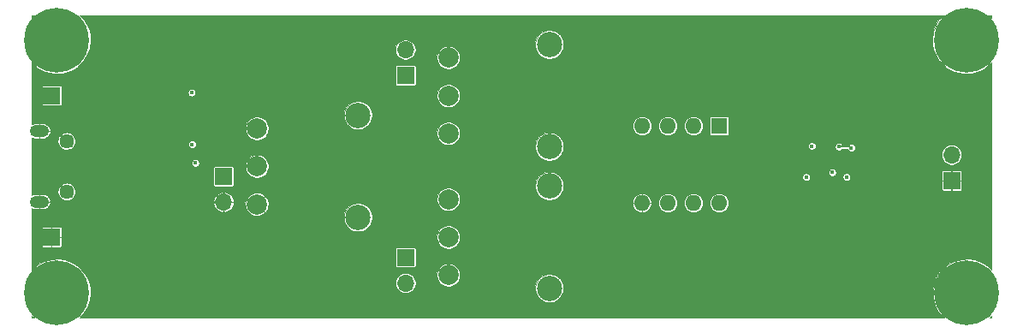
<source format=gbr>
G04 #@! TF.GenerationSoftware,KiCad,Pcbnew,(5.1.5-0-10_14)*
G04 #@! TF.CreationDate,2020-09-27T01:00:48-07:00*
G04 #@! TF.ProjectId,Bias_Tester,42696173-5f54-4657-9374-65722e6b6963,rev?*
G04 #@! TF.SameCoordinates,Original*
G04 #@! TF.FileFunction,Copper,L4,Bot*
G04 #@! TF.FilePolarity,Positive*
%FSLAX46Y46*%
G04 Gerber Fmt 4.6, Leading zero omitted, Abs format (unit mm)*
G04 Created by KiCad (PCBNEW (5.1.5-0-10_14)) date 2020-09-27 01:00:48*
%MOMM*%
%LPD*%
G04 APERTURE LIST*
%ADD10C,1.450000*%
%ADD11O,1.900000X1.200000*%
%ADD12R,1.700000X1.700000*%
%ADD13O,1.700000X1.700000*%
%ADD14C,2.000000*%
%ADD15C,2.500000*%
%ADD16C,6.400000*%
%ADD17R,1.600000X1.600000*%
%ADD18O,1.600000X1.600000*%
%ADD19C,0.450000*%
%ADD20C,0.127000*%
%ADD21C,0.100000*%
G04 APERTURE END LIST*
D10*
X76462500Y-96500000D03*
X76462500Y-101500000D03*
D11*
X73762500Y-95500000D03*
X73762500Y-102500000D03*
D12*
X110000000Y-90000000D03*
D13*
X110000000Y-87460000D03*
X92000000Y-102540000D03*
D12*
X92000000Y-100000000D03*
X110000000Y-108000000D03*
D13*
X110000000Y-110540000D03*
D14*
X114230000Y-88250000D03*
X114230000Y-92000000D03*
X114230000Y-95750000D03*
D15*
X124230000Y-86950000D03*
X124230000Y-97050000D03*
D14*
X95300000Y-95250000D03*
X95300000Y-99000000D03*
X95300000Y-102750000D03*
D15*
X105300000Y-93950000D03*
X105300000Y-104050000D03*
X124230000Y-111050000D03*
X124230000Y-100950000D03*
D14*
X114230000Y-109750000D03*
X114230000Y-106000000D03*
X114230000Y-102250000D03*
D12*
X75000000Y-106000000D03*
X75000000Y-92000000D03*
D16*
X75500000Y-86500000D03*
X165450000Y-86500000D03*
X75500000Y-111500000D03*
X165500000Y-111500000D03*
D12*
X164000000Y-100400000D03*
D13*
X164000000Y-97860000D03*
D17*
X141000000Y-95000000D03*
D18*
X133380000Y-102620000D03*
X138460000Y-95000000D03*
X135920000Y-102620000D03*
X135920000Y-95000000D03*
X138460000Y-102620000D03*
X133380000Y-95000000D03*
X141000000Y-102620000D03*
D19*
X86970000Y-97870000D03*
X86970000Y-99870000D03*
X85590000Y-100390000D03*
X88020000Y-100390000D03*
X87360000Y-98230000D03*
X86190000Y-98140000D03*
X87150000Y-89220000D03*
X84660000Y-89190000D03*
X86250000Y-91040000D03*
X86060000Y-93710000D03*
X86380000Y-94820000D03*
X78790000Y-99390000D03*
X81610000Y-99380000D03*
X82800000Y-99390000D03*
X149710000Y-97990000D03*
X149820000Y-99010000D03*
X88490000Y-92690000D03*
X152800000Y-98380000D03*
X89330000Y-87030000D03*
X95180000Y-86920000D03*
X106390000Y-87000000D03*
X117400000Y-87050000D03*
X120820000Y-87170000D03*
X124410000Y-90510000D03*
X122220000Y-88740000D03*
X134220000Y-90720000D03*
X145760000Y-92940000D03*
X147270000Y-91910000D03*
X150600000Y-95440000D03*
X140840000Y-88940000D03*
X129050000Y-88880000D03*
X118570000Y-85360000D03*
X112000000Y-85270000D03*
X100840000Y-85360000D03*
X99950000Y-87130000D03*
X92250000Y-85360000D03*
X86560000Y-86930000D03*
X90400000Y-100730000D03*
X88330000Y-102370000D03*
X93090000Y-104200000D03*
X90960000Y-104930000D03*
X95210000Y-105920000D03*
X93630000Y-106890000D03*
X97770000Y-108610000D03*
X95540000Y-109420000D03*
X100380000Y-110980000D03*
X97530000Y-111680000D03*
X102470000Y-112090000D03*
X102340000Y-113700000D03*
X104170000Y-112160000D03*
X104200000Y-113750000D03*
X106990000Y-112140000D03*
X106970000Y-113720000D03*
X109760000Y-112190000D03*
X109810000Y-113820000D03*
X111990000Y-112100000D03*
X111850000Y-113780000D03*
X114960000Y-111890000D03*
X114960000Y-113890000D03*
X118250000Y-112390000D03*
X118270000Y-113750000D03*
X121670000Y-112300000D03*
X121560000Y-113750000D03*
X126650000Y-112210000D03*
X126600000Y-113740000D03*
X130670000Y-112160000D03*
X130810000Y-113740000D03*
X134550000Y-112110000D03*
X136030000Y-113260000D03*
X137420000Y-109050000D03*
X139190000Y-110340000D03*
X139660000Y-106520000D03*
X141860000Y-106370000D03*
X90940000Y-91000000D03*
X91050000Y-92500000D03*
X94470000Y-91040000D03*
X94540000Y-92690000D03*
X97950000Y-91070000D03*
X97880000Y-92610000D03*
X101400000Y-91110000D03*
X101320000Y-92800000D03*
X105250000Y-91040000D03*
X108690000Y-92430000D03*
X107810000Y-94230000D03*
X112070000Y-92580000D03*
X112100000Y-94520000D03*
X116730000Y-92750000D03*
X116620000Y-94330000D03*
X119870000Y-92670000D03*
X119980000Y-94490000D03*
X123230000Y-92750000D03*
X123430000Y-94330000D03*
X126950000Y-92670000D03*
X127180000Y-94450000D03*
X130390000Y-92790000D03*
X131740000Y-94800000D03*
X129500000Y-94910000D03*
X129580000Y-96960000D03*
X132170000Y-97120000D03*
X130660000Y-99320000D03*
X133870000Y-98940000D03*
X132750000Y-100990000D03*
X134650000Y-92750000D03*
X136850000Y-92820000D03*
X141460000Y-92670000D03*
X138670000Y-92750000D03*
X145140000Y-94180000D03*
X143300000Y-95770000D03*
X147260000Y-95840000D03*
X145280000Y-97610000D03*
X147300000Y-99500000D03*
X149670000Y-93470000D03*
X145500000Y-89510000D03*
X143520000Y-91460000D03*
X142460000Y-88560000D03*
X140480000Y-90680000D03*
X136760000Y-91030000D03*
X136800000Y-88840000D03*
X130760000Y-91000000D03*
X131600000Y-88770000D03*
X127400000Y-91030000D03*
X126830000Y-88420000D03*
X122480000Y-85410000D03*
X115630000Y-85330000D03*
X112090000Y-87230000D03*
X109000000Y-85020000D03*
X103820000Y-87180000D03*
X104730000Y-85400000D03*
X97990000Y-85150000D03*
X97030000Y-87620000D03*
X91840000Y-87330000D03*
X88940000Y-85170000D03*
X83960000Y-92200000D03*
X89000000Y-94730000D03*
X116950000Y-104680000D03*
X121040000Y-104710000D03*
X117010000Y-107760000D03*
X122190000Y-107760000D03*
X126530000Y-105350000D03*
X129510000Y-102600000D03*
X108820000Y-98370000D03*
X104840000Y-97040000D03*
X103970000Y-101890000D03*
X109220000Y-101490000D03*
X98540000Y-96920000D03*
X99530000Y-100910000D03*
X109690000Y-104260000D03*
X105530000Y-107260000D03*
X155810000Y-96540000D03*
X158710000Y-96680000D03*
X161160000Y-96630000D03*
X156440000Y-99400000D03*
X159300000Y-99440000D03*
X160790000Y-99260000D03*
X81790000Y-100800000D03*
X79520000Y-100610000D03*
X80350000Y-96380000D03*
X77500000Y-94960000D03*
X75660000Y-93820000D03*
X77350000Y-91270000D03*
X79750000Y-93460000D03*
X73860000Y-90590000D03*
X153610000Y-100050000D03*
X152200000Y-99600000D03*
X88890000Y-96820000D03*
X89200000Y-98670000D03*
X152850000Y-97060000D03*
X154090000Y-97160000D03*
X88840000Y-91710000D03*
X150180000Y-96990000D03*
X149620000Y-100070000D03*
D20*
X153990000Y-97060000D02*
X154090000Y-97160000D01*
X152850000Y-97060000D02*
X153990000Y-97060000D01*
D21*
G36*
X73149786Y-84142715D02*
G01*
X75500000Y-86492929D01*
X77850214Y-84142715D01*
X77755820Y-84050000D01*
X163194180Y-84050000D01*
X163099786Y-84142715D01*
X165450000Y-86492929D01*
X167800214Y-84142715D01*
X167705820Y-84050000D01*
X167950000Y-84050000D01*
X167950000Y-84295086D01*
X167807285Y-84149786D01*
X165457071Y-86500000D01*
X167807285Y-88850214D01*
X167950000Y-88704914D01*
X167950000Y-109244180D01*
X167857285Y-109149786D01*
X165507071Y-111500000D01*
X167857285Y-113850214D01*
X167950000Y-113755820D01*
X167950000Y-113950000D01*
X167755820Y-113950000D01*
X167850214Y-113857285D01*
X165500000Y-111507071D01*
X163149786Y-113857285D01*
X163244180Y-113950000D01*
X77755820Y-113950000D01*
X77850214Y-113857285D01*
X75500000Y-111507071D01*
X73149786Y-113857285D01*
X73244180Y-113950000D01*
X73050000Y-113950000D01*
X73050000Y-113755820D01*
X73142715Y-113850214D01*
X75492929Y-111500000D01*
X75507071Y-111500000D01*
X77857285Y-113850214D01*
X78226256Y-113474560D01*
X78559090Y-112904754D01*
X78774364Y-112280963D01*
X78863807Y-111627160D01*
X78823980Y-110968470D01*
X78685635Y-110441509D01*
X109000000Y-110441509D01*
X109000000Y-110638491D01*
X109038429Y-110831689D01*
X109113811Y-111013678D01*
X109223249Y-111177463D01*
X109362537Y-111316751D01*
X109526322Y-111426189D01*
X109708311Y-111501571D01*
X109901509Y-111540000D01*
X110098491Y-111540000D01*
X110291689Y-111501571D01*
X110473678Y-111426189D01*
X110637463Y-111316751D01*
X110776751Y-111177463D01*
X110886189Y-111013678D01*
X110928258Y-110912112D01*
X122830000Y-110912112D01*
X122830000Y-111187888D01*
X122883801Y-111458365D01*
X122989336Y-111713149D01*
X123142549Y-111942448D01*
X123337552Y-112137451D01*
X123566851Y-112290664D01*
X123821635Y-112396199D01*
X124092112Y-112450000D01*
X124367888Y-112450000D01*
X124638365Y-112396199D01*
X124893149Y-112290664D01*
X125122448Y-112137451D01*
X125317451Y-111942448D01*
X125470664Y-111713149D01*
X125576199Y-111458365D01*
X125593210Y-111372840D01*
X162136193Y-111372840D01*
X162176020Y-112031530D01*
X162343586Y-112669793D01*
X162632451Y-113263101D01*
X162773744Y-113474560D01*
X163142715Y-113850214D01*
X165492929Y-111500000D01*
X163142715Y-109149786D01*
X162773744Y-109525440D01*
X162440910Y-110095246D01*
X162225636Y-110719037D01*
X162136193Y-111372840D01*
X125593210Y-111372840D01*
X125630000Y-111187888D01*
X125630000Y-110912112D01*
X125576199Y-110641635D01*
X125470664Y-110386851D01*
X125317451Y-110157552D01*
X125122448Y-109962549D01*
X124893149Y-109809336D01*
X124638365Y-109703801D01*
X124367888Y-109650000D01*
X124092112Y-109650000D01*
X123821635Y-109703801D01*
X123566851Y-109809336D01*
X123337552Y-109962549D01*
X123142549Y-110157552D01*
X122989336Y-110386851D01*
X122883801Y-110641635D01*
X122830000Y-110912112D01*
X110928258Y-110912112D01*
X110961571Y-110831689D01*
X111000000Y-110638491D01*
X111000000Y-110441509D01*
X110961571Y-110248311D01*
X110886189Y-110066322D01*
X110776751Y-109902537D01*
X110637463Y-109763249D01*
X110473678Y-109653811D01*
X110432453Y-109636735D01*
X113080000Y-109636735D01*
X113080000Y-109863265D01*
X113124194Y-110085443D01*
X113210884Y-110294729D01*
X113336737Y-110483082D01*
X113496918Y-110643263D01*
X113685271Y-110769116D01*
X113894557Y-110855806D01*
X114116735Y-110900000D01*
X114343265Y-110900000D01*
X114565443Y-110855806D01*
X114774729Y-110769116D01*
X114963082Y-110643263D01*
X115123263Y-110483082D01*
X115249116Y-110294729D01*
X115335806Y-110085443D01*
X115380000Y-109863265D01*
X115380000Y-109636735D01*
X115335806Y-109414557D01*
X115249116Y-109205271D01*
X115207318Y-109142715D01*
X163149786Y-109142715D01*
X165500000Y-111492929D01*
X167850214Y-109142715D01*
X167474560Y-108773744D01*
X166904754Y-108440910D01*
X166280963Y-108225636D01*
X165627160Y-108136193D01*
X164968470Y-108176020D01*
X164330207Y-108343586D01*
X163736899Y-108632451D01*
X163525440Y-108773744D01*
X163149786Y-109142715D01*
X115207318Y-109142715D01*
X115123263Y-109016918D01*
X114963082Y-108856737D01*
X114774729Y-108730884D01*
X114565443Y-108644194D01*
X114343265Y-108600000D01*
X114116735Y-108600000D01*
X113894557Y-108644194D01*
X113685271Y-108730884D01*
X113496918Y-108856737D01*
X113336737Y-109016918D01*
X113210884Y-109205271D01*
X113124194Y-109414557D01*
X113080000Y-109636735D01*
X110432453Y-109636735D01*
X110291689Y-109578429D01*
X110098491Y-109540000D01*
X109901509Y-109540000D01*
X109708311Y-109578429D01*
X109526322Y-109653811D01*
X109362537Y-109763249D01*
X109223249Y-109902537D01*
X109113811Y-110066322D01*
X109038429Y-110248311D01*
X109000000Y-110441509D01*
X78685635Y-110441509D01*
X78656414Y-110330207D01*
X78367549Y-109736899D01*
X78226256Y-109525440D01*
X77857285Y-109149786D01*
X75507071Y-111500000D01*
X75492929Y-111500000D01*
X73142715Y-109149786D01*
X73050000Y-109244180D01*
X73050000Y-109142715D01*
X73149786Y-109142715D01*
X75500000Y-111492929D01*
X77850214Y-109142715D01*
X77474560Y-108773744D01*
X76904754Y-108440910D01*
X76280963Y-108225636D01*
X75627160Y-108136193D01*
X74968470Y-108176020D01*
X74330207Y-108343586D01*
X73736899Y-108632451D01*
X73525440Y-108773744D01*
X73149786Y-109142715D01*
X73050000Y-109142715D01*
X73050000Y-107150000D01*
X108999275Y-107150000D01*
X108999275Y-108850000D01*
X109002171Y-108879405D01*
X109010748Y-108907680D01*
X109024677Y-108933738D01*
X109043421Y-108956579D01*
X109066262Y-108975323D01*
X109092320Y-108989252D01*
X109120595Y-108997829D01*
X109150000Y-109000725D01*
X110850000Y-109000725D01*
X110879405Y-108997829D01*
X110907680Y-108989252D01*
X110933738Y-108975323D01*
X110956579Y-108956579D01*
X110975323Y-108933738D01*
X110989252Y-108907680D01*
X110997829Y-108879405D01*
X111000725Y-108850000D01*
X111000725Y-107150000D01*
X110997829Y-107120595D01*
X110989252Y-107092320D01*
X110975323Y-107066262D01*
X110956579Y-107043421D01*
X110933738Y-107024677D01*
X110907680Y-107010748D01*
X110879405Y-107002171D01*
X110850000Y-106999275D01*
X109150000Y-106999275D01*
X109120595Y-107002171D01*
X109092320Y-107010748D01*
X109066262Y-107024677D01*
X109043421Y-107043421D01*
X109024677Y-107066262D01*
X109010748Y-107092320D01*
X109002171Y-107120595D01*
X108999275Y-107150000D01*
X73050000Y-107150000D01*
X73050000Y-106850000D01*
X73999274Y-106850000D01*
X74002170Y-106879405D01*
X74010747Y-106907680D01*
X74024676Y-106933739D01*
X74043421Y-106956579D01*
X74066261Y-106975324D01*
X74092320Y-106989253D01*
X74120595Y-106997830D01*
X74150000Y-107000726D01*
X74957500Y-107000000D01*
X74995000Y-106962500D01*
X74995000Y-106005000D01*
X75005000Y-106005000D01*
X75005000Y-106962500D01*
X75042500Y-107000000D01*
X75850000Y-107000726D01*
X75879405Y-106997830D01*
X75907680Y-106989253D01*
X75933739Y-106975324D01*
X75956579Y-106956579D01*
X75975324Y-106933739D01*
X75989253Y-106907680D01*
X75997830Y-106879405D01*
X76000726Y-106850000D01*
X76000000Y-106042500D01*
X75962500Y-106005000D01*
X75005000Y-106005000D01*
X74995000Y-106005000D01*
X74037500Y-106005000D01*
X74000000Y-106042500D01*
X73999274Y-106850000D01*
X73050000Y-106850000D01*
X73050000Y-105150000D01*
X73999274Y-105150000D01*
X74000000Y-105957500D01*
X74037500Y-105995000D01*
X74995000Y-105995000D01*
X74995000Y-105037500D01*
X75005000Y-105037500D01*
X75005000Y-105995000D01*
X75962500Y-105995000D01*
X76000000Y-105957500D01*
X76000063Y-105886735D01*
X113080000Y-105886735D01*
X113080000Y-106113265D01*
X113124194Y-106335443D01*
X113210884Y-106544729D01*
X113336737Y-106733082D01*
X113496918Y-106893263D01*
X113685271Y-107019116D01*
X113894557Y-107105806D01*
X114116735Y-107150000D01*
X114343265Y-107150000D01*
X114565443Y-107105806D01*
X114774729Y-107019116D01*
X114963082Y-106893263D01*
X115123263Y-106733082D01*
X115249116Y-106544729D01*
X115335806Y-106335443D01*
X115380000Y-106113265D01*
X115380000Y-105886735D01*
X115335806Y-105664557D01*
X115249116Y-105455271D01*
X115123263Y-105266918D01*
X114963082Y-105106737D01*
X114774729Y-104980884D01*
X114565443Y-104894194D01*
X114343265Y-104850000D01*
X114116735Y-104850000D01*
X113894557Y-104894194D01*
X113685271Y-104980884D01*
X113496918Y-105106737D01*
X113336737Y-105266918D01*
X113210884Y-105455271D01*
X113124194Y-105664557D01*
X113080000Y-105886735D01*
X76000063Y-105886735D01*
X76000726Y-105150000D01*
X75997830Y-105120595D01*
X75989253Y-105092320D01*
X75975324Y-105066261D01*
X75956579Y-105043421D01*
X75933739Y-105024676D01*
X75907680Y-105010747D01*
X75879405Y-105002170D01*
X75850000Y-104999274D01*
X75042500Y-105000000D01*
X75005000Y-105037500D01*
X74995000Y-105037500D01*
X74957500Y-105000000D01*
X74150000Y-104999274D01*
X74120595Y-105002170D01*
X74092320Y-105010747D01*
X74066261Y-105024676D01*
X74043421Y-105043421D01*
X74024676Y-105066261D01*
X74010747Y-105092320D01*
X74002170Y-105120595D01*
X73999274Y-105150000D01*
X73050000Y-105150000D01*
X73050000Y-103912112D01*
X103900000Y-103912112D01*
X103900000Y-104187888D01*
X103953801Y-104458365D01*
X104059336Y-104713149D01*
X104212549Y-104942448D01*
X104407552Y-105137451D01*
X104636851Y-105290664D01*
X104891635Y-105396199D01*
X105162112Y-105450000D01*
X105437888Y-105450000D01*
X105708365Y-105396199D01*
X105963149Y-105290664D01*
X106192448Y-105137451D01*
X106387451Y-104942448D01*
X106540664Y-104713149D01*
X106646199Y-104458365D01*
X106700000Y-104187888D01*
X106700000Y-103912112D01*
X106646199Y-103641635D01*
X106540664Y-103386851D01*
X106387451Y-103157552D01*
X106192448Y-102962549D01*
X105963149Y-102809336D01*
X105708365Y-102703801D01*
X105437888Y-102650000D01*
X105162112Y-102650000D01*
X104891635Y-102703801D01*
X104636851Y-102809336D01*
X104407552Y-102962549D01*
X104212549Y-103157552D01*
X104059336Y-103386851D01*
X103953801Y-103641635D01*
X103900000Y-103912112D01*
X73050000Y-103912112D01*
X73050000Y-103544118D01*
X94512953Y-103544118D01*
X94624828Y-103687801D01*
X94820758Y-103801501D01*
X95035104Y-103874792D01*
X95259630Y-103904858D01*
X95485707Y-103890543D01*
X95704648Y-103832399D01*
X95908038Y-103732658D01*
X95975172Y-103687801D01*
X96087047Y-103544118D01*
X95300000Y-102757071D01*
X94512953Y-103544118D01*
X73050000Y-103544118D01*
X73050000Y-103152508D01*
X73120868Y-103190997D01*
X73261278Y-103234614D01*
X73407500Y-103250000D01*
X73757500Y-103250000D01*
X73757500Y-102505000D01*
X73767500Y-102505000D01*
X73767500Y-103250000D01*
X74117500Y-103250000D01*
X74263722Y-103234614D01*
X74404132Y-103190997D01*
X74533335Y-103120825D01*
X74646366Y-103026795D01*
X74738881Y-102912521D01*
X74807324Y-102782394D01*
X74831313Y-102701371D01*
X91013107Y-102701371D01*
X91026474Y-102768580D01*
X91089774Y-102954113D01*
X91188053Y-103123732D01*
X91317535Y-103270919D01*
X91473244Y-103390017D01*
X91649196Y-103476449D01*
X91838629Y-103526894D01*
X91995000Y-103502488D01*
X91995000Y-102545000D01*
X92005000Y-102545000D01*
X92005000Y-103502488D01*
X92161371Y-103526894D01*
X92350804Y-103476449D01*
X92526756Y-103390017D01*
X92682465Y-103270919D01*
X92811947Y-103123732D01*
X92910226Y-102954113D01*
X92973526Y-102768580D01*
X92985250Y-102709630D01*
X94145142Y-102709630D01*
X94159457Y-102935707D01*
X94217601Y-103154648D01*
X94317342Y-103358038D01*
X94362199Y-103425172D01*
X94505882Y-103537047D01*
X95292929Y-102750000D01*
X95307071Y-102750000D01*
X96094118Y-103537047D01*
X96237801Y-103425172D01*
X96351501Y-103229242D01*
X96424792Y-103014896D01*
X96454858Y-102790370D01*
X96440543Y-102564293D01*
X96382399Y-102345352D01*
X96282658Y-102141962D01*
X96279166Y-102136735D01*
X113080000Y-102136735D01*
X113080000Y-102363265D01*
X113124194Y-102585443D01*
X113210884Y-102794729D01*
X113336737Y-102983082D01*
X113496918Y-103143263D01*
X113685271Y-103269116D01*
X113894557Y-103355806D01*
X114116735Y-103400000D01*
X114343265Y-103400000D01*
X114565443Y-103355806D01*
X114774729Y-103269116D01*
X114963082Y-103143263D01*
X115123263Y-102983082D01*
X115249116Y-102794729D01*
X115257889Y-102773549D01*
X132442491Y-102773549D01*
X132490461Y-102953498D01*
X132572615Y-103120630D01*
X132685797Y-103268524D01*
X132825657Y-103391495D01*
X132986820Y-103484818D01*
X133163092Y-103544906D01*
X133226451Y-103557509D01*
X133375000Y-103532486D01*
X133375000Y-102625000D01*
X133385000Y-102625000D01*
X133385000Y-103532486D01*
X133533549Y-103557509D01*
X133596908Y-103544906D01*
X133773180Y-103484818D01*
X133934343Y-103391495D01*
X134074203Y-103268524D01*
X134187385Y-103120630D01*
X134269539Y-102953498D01*
X134317509Y-102773549D01*
X134292487Y-102625000D01*
X133385000Y-102625000D01*
X133375000Y-102625000D01*
X132467513Y-102625000D01*
X132442491Y-102773549D01*
X115257889Y-102773549D01*
X115335806Y-102585443D01*
X115359475Y-102466451D01*
X132442491Y-102466451D01*
X132467513Y-102615000D01*
X133375000Y-102615000D01*
X133375000Y-101707514D01*
X133385000Y-101707514D01*
X133385000Y-102615000D01*
X134292487Y-102615000D01*
X134307405Y-102526433D01*
X134970000Y-102526433D01*
X134970000Y-102713567D01*
X135006508Y-102897105D01*
X135078121Y-103069994D01*
X135182087Y-103225590D01*
X135314410Y-103357913D01*
X135470006Y-103461879D01*
X135642895Y-103533492D01*
X135826433Y-103570000D01*
X136013567Y-103570000D01*
X136197105Y-103533492D01*
X136369994Y-103461879D01*
X136525590Y-103357913D01*
X136657913Y-103225590D01*
X136761879Y-103069994D01*
X136833492Y-102897105D01*
X136870000Y-102713567D01*
X136870000Y-102526433D01*
X137510000Y-102526433D01*
X137510000Y-102713567D01*
X137546508Y-102897105D01*
X137618121Y-103069994D01*
X137722087Y-103225590D01*
X137854410Y-103357913D01*
X138010006Y-103461879D01*
X138182895Y-103533492D01*
X138366433Y-103570000D01*
X138553567Y-103570000D01*
X138737105Y-103533492D01*
X138909994Y-103461879D01*
X139065590Y-103357913D01*
X139197913Y-103225590D01*
X139301879Y-103069994D01*
X139373492Y-102897105D01*
X139410000Y-102713567D01*
X139410000Y-102526433D01*
X140050000Y-102526433D01*
X140050000Y-102713567D01*
X140086508Y-102897105D01*
X140158121Y-103069994D01*
X140262087Y-103225590D01*
X140394410Y-103357913D01*
X140550006Y-103461879D01*
X140722895Y-103533492D01*
X140906433Y-103570000D01*
X141093567Y-103570000D01*
X141277105Y-103533492D01*
X141449994Y-103461879D01*
X141605590Y-103357913D01*
X141737913Y-103225590D01*
X141841879Y-103069994D01*
X141913492Y-102897105D01*
X141950000Y-102713567D01*
X141950000Y-102526433D01*
X141913492Y-102342895D01*
X141841879Y-102170006D01*
X141737913Y-102014410D01*
X141605590Y-101882087D01*
X141449994Y-101778121D01*
X141277105Y-101706508D01*
X141093567Y-101670000D01*
X140906433Y-101670000D01*
X140722895Y-101706508D01*
X140550006Y-101778121D01*
X140394410Y-101882087D01*
X140262087Y-102014410D01*
X140158121Y-102170006D01*
X140086508Y-102342895D01*
X140050000Y-102526433D01*
X139410000Y-102526433D01*
X139373492Y-102342895D01*
X139301879Y-102170006D01*
X139197913Y-102014410D01*
X139065590Y-101882087D01*
X138909994Y-101778121D01*
X138737105Y-101706508D01*
X138553567Y-101670000D01*
X138366433Y-101670000D01*
X138182895Y-101706508D01*
X138010006Y-101778121D01*
X137854410Y-101882087D01*
X137722087Y-102014410D01*
X137618121Y-102170006D01*
X137546508Y-102342895D01*
X137510000Y-102526433D01*
X136870000Y-102526433D01*
X136833492Y-102342895D01*
X136761879Y-102170006D01*
X136657913Y-102014410D01*
X136525590Y-101882087D01*
X136369994Y-101778121D01*
X136197105Y-101706508D01*
X136013567Y-101670000D01*
X135826433Y-101670000D01*
X135642895Y-101706508D01*
X135470006Y-101778121D01*
X135314410Y-101882087D01*
X135182087Y-102014410D01*
X135078121Y-102170006D01*
X135006508Y-102342895D01*
X134970000Y-102526433D01*
X134307405Y-102526433D01*
X134317509Y-102466451D01*
X134269539Y-102286502D01*
X134187385Y-102119370D01*
X134074203Y-101971476D01*
X133934343Y-101848505D01*
X133773180Y-101755182D01*
X133596908Y-101695094D01*
X133533549Y-101682491D01*
X133385000Y-101707514D01*
X133375000Y-101707514D01*
X133226451Y-101682491D01*
X133163092Y-101695094D01*
X132986820Y-101755182D01*
X132825657Y-101848505D01*
X132685797Y-101971476D01*
X132572615Y-102119370D01*
X132490461Y-102286502D01*
X132442491Y-102466451D01*
X115359475Y-102466451D01*
X115380000Y-102363265D01*
X115380000Y-102136735D01*
X115335806Y-101914557D01*
X115249116Y-101705271D01*
X115123263Y-101516918D01*
X114963082Y-101356737D01*
X114774729Y-101230884D01*
X114565443Y-101144194D01*
X114343265Y-101100000D01*
X114116735Y-101100000D01*
X113894557Y-101144194D01*
X113685271Y-101230884D01*
X113496918Y-101356737D01*
X113336737Y-101516918D01*
X113210884Y-101705271D01*
X113124194Y-101914557D01*
X113080000Y-102136735D01*
X96279166Y-102136735D01*
X96237801Y-102074828D01*
X96094118Y-101962953D01*
X95307071Y-102750000D01*
X95292929Y-102750000D01*
X94505882Y-101962953D01*
X94362199Y-102074828D01*
X94248499Y-102270758D01*
X94175208Y-102485104D01*
X94145142Y-102709630D01*
X92985250Y-102709630D01*
X92986893Y-102701371D01*
X92962487Y-102545000D01*
X92005000Y-102545000D01*
X91995000Y-102545000D01*
X91037513Y-102545000D01*
X91013107Y-102701371D01*
X74831313Y-102701371D01*
X74849065Y-102641414D01*
X74852467Y-102622262D01*
X74824982Y-102505000D01*
X73767500Y-102505000D01*
X73757500Y-102505000D01*
X73737500Y-102505000D01*
X73737500Y-102495000D01*
X73757500Y-102495000D01*
X73757500Y-101750000D01*
X73767500Y-101750000D01*
X73767500Y-102495000D01*
X74824982Y-102495000D01*
X74852467Y-102377738D01*
X74849065Y-102358586D01*
X74807324Y-102217606D01*
X74744794Y-102098721D01*
X75870850Y-102098721D01*
X75949753Y-102214243D01*
X76098947Y-102300551D01*
X76262112Y-102356094D01*
X76432978Y-102378738D01*
X76434663Y-102378629D01*
X91013107Y-102378629D01*
X91037513Y-102535000D01*
X91995000Y-102535000D01*
X91995000Y-101577512D01*
X92005000Y-101577512D01*
X92005000Y-102535000D01*
X92962487Y-102535000D01*
X92986893Y-102378629D01*
X92973526Y-102311420D01*
X92910226Y-102125887D01*
X92811947Y-101956268D01*
X92811608Y-101955882D01*
X94512953Y-101955882D01*
X95300000Y-102742929D01*
X96087047Y-101955882D01*
X95975172Y-101812199D01*
X95779242Y-101698499D01*
X95564896Y-101625208D01*
X95340370Y-101595142D01*
X95114293Y-101609457D01*
X94895352Y-101667601D01*
X94691962Y-101767342D01*
X94624828Y-101812199D01*
X94512953Y-101955882D01*
X92811608Y-101955882D01*
X92682465Y-101809081D01*
X92526756Y-101689983D01*
X92350804Y-101603551D01*
X92161371Y-101553106D01*
X92005000Y-101577512D01*
X91995000Y-101577512D01*
X91838629Y-101553106D01*
X91649196Y-101603551D01*
X91473244Y-101689983D01*
X91317535Y-101809081D01*
X91188053Y-101956268D01*
X91089774Y-102125887D01*
X91026474Y-102311420D01*
X91013107Y-102378629D01*
X76434663Y-102378629D01*
X76604978Y-102367613D01*
X76771503Y-102323146D01*
X76926153Y-102247046D01*
X76975247Y-102214243D01*
X77054150Y-102098721D01*
X76462500Y-101507071D01*
X75870850Y-102098721D01*
X74744794Y-102098721D01*
X74738881Y-102087479D01*
X74646366Y-101973205D01*
X74533335Y-101879175D01*
X74404132Y-101809003D01*
X74263722Y-101765386D01*
X74117500Y-101750000D01*
X73767500Y-101750000D01*
X73757500Y-101750000D01*
X73407500Y-101750000D01*
X73261278Y-101765386D01*
X73120868Y-101809003D01*
X73050000Y-101847492D01*
X73050000Y-101470478D01*
X75583762Y-101470478D01*
X75594887Y-101642478D01*
X75639354Y-101809003D01*
X75715454Y-101963653D01*
X75748257Y-102012747D01*
X75863779Y-102091650D01*
X76455429Y-101500000D01*
X76469571Y-101500000D01*
X77061221Y-102091650D01*
X77176743Y-102012747D01*
X77263051Y-101863553D01*
X77318594Y-101700388D01*
X77341238Y-101529522D01*
X77330113Y-101357522D01*
X77285646Y-101190997D01*
X77209546Y-101036347D01*
X77176743Y-100987253D01*
X77061221Y-100908350D01*
X76469571Y-101500000D01*
X76455429Y-101500000D01*
X75863779Y-100908350D01*
X75748257Y-100987253D01*
X75661949Y-101136447D01*
X75606406Y-101299612D01*
X75583762Y-101470478D01*
X73050000Y-101470478D01*
X73050000Y-100901279D01*
X75870850Y-100901279D01*
X76462500Y-101492929D01*
X77054150Y-100901279D01*
X76975247Y-100785757D01*
X76826053Y-100699449D01*
X76662888Y-100643906D01*
X76492022Y-100621262D01*
X76320022Y-100632387D01*
X76153497Y-100676854D01*
X75998847Y-100752954D01*
X75949753Y-100785757D01*
X75870850Y-100901279D01*
X73050000Y-100901279D01*
X73050000Y-99150000D01*
X90999275Y-99150000D01*
X90999275Y-100850000D01*
X91002171Y-100879405D01*
X91010748Y-100907680D01*
X91024677Y-100933738D01*
X91043421Y-100956579D01*
X91066262Y-100975323D01*
X91092320Y-100989252D01*
X91120595Y-100997829D01*
X91150000Y-101000725D01*
X92850000Y-101000725D01*
X92879405Y-100997829D01*
X92907680Y-100989252D01*
X92933738Y-100975323D01*
X92956579Y-100956579D01*
X92975323Y-100933738D01*
X92989252Y-100907680D01*
X92997829Y-100879405D01*
X93000725Y-100850000D01*
X93000725Y-100812112D01*
X122830000Y-100812112D01*
X122830000Y-101087888D01*
X122883801Y-101358365D01*
X122989336Y-101613149D01*
X123142549Y-101842448D01*
X123337552Y-102037451D01*
X123566851Y-102190664D01*
X123821635Y-102296199D01*
X124092112Y-102350000D01*
X124367888Y-102350000D01*
X124638365Y-102296199D01*
X124893149Y-102190664D01*
X125122448Y-102037451D01*
X125317451Y-101842448D01*
X125470664Y-101613149D01*
X125576199Y-101358365D01*
X125597754Y-101250000D01*
X162999274Y-101250000D01*
X163002170Y-101279405D01*
X163010747Y-101307680D01*
X163024676Y-101333739D01*
X163043421Y-101356579D01*
X163066261Y-101375324D01*
X163092320Y-101389253D01*
X163120595Y-101397830D01*
X163150000Y-101400726D01*
X163957500Y-101400000D01*
X163995000Y-101362500D01*
X163995000Y-100405000D01*
X164005000Y-100405000D01*
X164005000Y-101362500D01*
X164042500Y-101400000D01*
X164850000Y-101400726D01*
X164879405Y-101397830D01*
X164907680Y-101389253D01*
X164933739Y-101375324D01*
X164956579Y-101356579D01*
X164975324Y-101333739D01*
X164989253Y-101307680D01*
X164997830Y-101279405D01*
X165000726Y-101250000D01*
X165000000Y-100442500D01*
X164962500Y-100405000D01*
X164005000Y-100405000D01*
X163995000Y-100405000D01*
X163037500Y-100405000D01*
X163000000Y-100442500D01*
X162999274Y-101250000D01*
X125597754Y-101250000D01*
X125630000Y-101087888D01*
X125630000Y-100812112D01*
X125576199Y-100541635D01*
X125470664Y-100286851D01*
X125317451Y-100057552D01*
X125292965Y-100033066D01*
X149245000Y-100033066D01*
X149245000Y-100106934D01*
X149259411Y-100179383D01*
X149287680Y-100247629D01*
X149328719Y-100309048D01*
X149380952Y-100361281D01*
X149442371Y-100402320D01*
X149510617Y-100430589D01*
X149583066Y-100445000D01*
X149656934Y-100445000D01*
X149729383Y-100430589D01*
X149797629Y-100402320D01*
X149859048Y-100361281D01*
X149911281Y-100309048D01*
X149952320Y-100247629D01*
X149980589Y-100179383D01*
X149995000Y-100106934D01*
X149995000Y-100033066D01*
X149991022Y-100013066D01*
X153235000Y-100013066D01*
X153235000Y-100086934D01*
X153249411Y-100159383D01*
X153277680Y-100227629D01*
X153318719Y-100289048D01*
X153370952Y-100341281D01*
X153432371Y-100382320D01*
X153500617Y-100410589D01*
X153573066Y-100425000D01*
X153646934Y-100425000D01*
X153719383Y-100410589D01*
X153787629Y-100382320D01*
X153849048Y-100341281D01*
X153901281Y-100289048D01*
X153942320Y-100227629D01*
X153970589Y-100159383D01*
X153985000Y-100086934D01*
X153985000Y-100013066D01*
X153970589Y-99940617D01*
X153942320Y-99872371D01*
X153901281Y-99810952D01*
X153849048Y-99758719D01*
X153787629Y-99717680D01*
X153719383Y-99689411D01*
X153646934Y-99675000D01*
X153573066Y-99675000D01*
X153500617Y-99689411D01*
X153432371Y-99717680D01*
X153370952Y-99758719D01*
X153318719Y-99810952D01*
X153277680Y-99872371D01*
X153249411Y-99940617D01*
X153235000Y-100013066D01*
X149991022Y-100013066D01*
X149980589Y-99960617D01*
X149952320Y-99892371D01*
X149911281Y-99830952D01*
X149859048Y-99778719D01*
X149797629Y-99737680D01*
X149729383Y-99709411D01*
X149656934Y-99695000D01*
X149583066Y-99695000D01*
X149510617Y-99709411D01*
X149442371Y-99737680D01*
X149380952Y-99778719D01*
X149328719Y-99830952D01*
X149287680Y-99892371D01*
X149259411Y-99960617D01*
X149245000Y-100033066D01*
X125292965Y-100033066D01*
X125122448Y-99862549D01*
X124893149Y-99709336D01*
X124638365Y-99603801D01*
X124433576Y-99563066D01*
X151825000Y-99563066D01*
X151825000Y-99636934D01*
X151839411Y-99709383D01*
X151867680Y-99777629D01*
X151908719Y-99839048D01*
X151960952Y-99891281D01*
X152022371Y-99932320D01*
X152090617Y-99960589D01*
X152163066Y-99975000D01*
X152236934Y-99975000D01*
X152309383Y-99960589D01*
X152377629Y-99932320D01*
X152439048Y-99891281D01*
X152491281Y-99839048D01*
X152532320Y-99777629D01*
X152560589Y-99709383D01*
X152575000Y-99636934D01*
X152575000Y-99563066D01*
X152572402Y-99550000D01*
X162999274Y-99550000D01*
X163000000Y-100357500D01*
X163037500Y-100395000D01*
X163995000Y-100395000D01*
X163995000Y-99437500D01*
X164005000Y-99437500D01*
X164005000Y-100395000D01*
X164962500Y-100395000D01*
X165000000Y-100357500D01*
X165000726Y-99550000D01*
X164997830Y-99520595D01*
X164989253Y-99492320D01*
X164975324Y-99466261D01*
X164956579Y-99443421D01*
X164933739Y-99424676D01*
X164907680Y-99410747D01*
X164879405Y-99402170D01*
X164850000Y-99399274D01*
X164042500Y-99400000D01*
X164005000Y-99437500D01*
X163995000Y-99437500D01*
X163957500Y-99400000D01*
X163150000Y-99399274D01*
X163120595Y-99402170D01*
X163092320Y-99410747D01*
X163066261Y-99424676D01*
X163043421Y-99443421D01*
X163024676Y-99466261D01*
X163010747Y-99492320D01*
X163002170Y-99520595D01*
X162999274Y-99550000D01*
X152572402Y-99550000D01*
X152560589Y-99490617D01*
X152532320Y-99422371D01*
X152491281Y-99360952D01*
X152439048Y-99308719D01*
X152377629Y-99267680D01*
X152309383Y-99239411D01*
X152236934Y-99225000D01*
X152163066Y-99225000D01*
X152090617Y-99239411D01*
X152022371Y-99267680D01*
X151960952Y-99308719D01*
X151908719Y-99360952D01*
X151867680Y-99422371D01*
X151839411Y-99490617D01*
X151825000Y-99563066D01*
X124433576Y-99563066D01*
X124367888Y-99550000D01*
X124092112Y-99550000D01*
X123821635Y-99603801D01*
X123566851Y-99709336D01*
X123337552Y-99862549D01*
X123142549Y-100057552D01*
X122989336Y-100286851D01*
X122883801Y-100541635D01*
X122830000Y-100812112D01*
X93000725Y-100812112D01*
X93000725Y-99150000D01*
X92997829Y-99120595D01*
X92989252Y-99092320D01*
X92975323Y-99066262D01*
X92956579Y-99043421D01*
X92933738Y-99024677D01*
X92907680Y-99010748D01*
X92879405Y-99002171D01*
X92850000Y-98999275D01*
X91150000Y-98999275D01*
X91120595Y-99002171D01*
X91092320Y-99010748D01*
X91066262Y-99024677D01*
X91043421Y-99043421D01*
X91024677Y-99066262D01*
X91010748Y-99092320D01*
X91002171Y-99120595D01*
X90999275Y-99150000D01*
X73050000Y-99150000D01*
X73050000Y-98633066D01*
X88825000Y-98633066D01*
X88825000Y-98706934D01*
X88839411Y-98779383D01*
X88867680Y-98847629D01*
X88908719Y-98909048D01*
X88960952Y-98961281D01*
X89022371Y-99002320D01*
X89090617Y-99030589D01*
X89163066Y-99045000D01*
X89236934Y-99045000D01*
X89309383Y-99030589D01*
X89377629Y-99002320D01*
X89439048Y-98961281D01*
X89491281Y-98909048D01*
X89506190Y-98886735D01*
X94150000Y-98886735D01*
X94150000Y-99113265D01*
X94194194Y-99335443D01*
X94280884Y-99544729D01*
X94406737Y-99733082D01*
X94566918Y-99893263D01*
X94755271Y-100019116D01*
X94964557Y-100105806D01*
X95186735Y-100150000D01*
X95413265Y-100150000D01*
X95635443Y-100105806D01*
X95844729Y-100019116D01*
X96033082Y-99893263D01*
X96193263Y-99733082D01*
X96319116Y-99544729D01*
X96405806Y-99335443D01*
X96450000Y-99113265D01*
X96450000Y-98886735D01*
X96405806Y-98664557D01*
X96319116Y-98455271D01*
X96193263Y-98266918D01*
X96033082Y-98106737D01*
X95844729Y-97980884D01*
X95635443Y-97894194D01*
X95413265Y-97850000D01*
X95186735Y-97850000D01*
X94964557Y-97894194D01*
X94755271Y-97980884D01*
X94566918Y-98106737D01*
X94406737Y-98266918D01*
X94280884Y-98455271D01*
X94194194Y-98664557D01*
X94150000Y-98886735D01*
X89506190Y-98886735D01*
X89532320Y-98847629D01*
X89560589Y-98779383D01*
X89575000Y-98706934D01*
X89575000Y-98633066D01*
X89560589Y-98560617D01*
X89532320Y-98492371D01*
X89491281Y-98430952D01*
X89439048Y-98378719D01*
X89377629Y-98337680D01*
X89309383Y-98309411D01*
X89236934Y-98295000D01*
X89163066Y-98295000D01*
X89090617Y-98309411D01*
X89022371Y-98337680D01*
X88960952Y-98378719D01*
X88908719Y-98430952D01*
X88867680Y-98492371D01*
X88839411Y-98560617D01*
X88825000Y-98633066D01*
X73050000Y-98633066D01*
X73050000Y-97098721D01*
X75870850Y-97098721D01*
X75949753Y-97214243D01*
X76098947Y-97300551D01*
X76262112Y-97356094D01*
X76432978Y-97378738D01*
X76604978Y-97367613D01*
X76771503Y-97323146D01*
X76926153Y-97247046D01*
X76975247Y-97214243D01*
X77054150Y-97098721D01*
X76462500Y-96507071D01*
X75870850Y-97098721D01*
X73050000Y-97098721D01*
X73050000Y-96470478D01*
X75583762Y-96470478D01*
X75594887Y-96642478D01*
X75639354Y-96809003D01*
X75715454Y-96963653D01*
X75748257Y-97012747D01*
X75863779Y-97091650D01*
X76455429Y-96500000D01*
X76469571Y-96500000D01*
X77061221Y-97091650D01*
X77176743Y-97012747D01*
X77263051Y-96863553D01*
X77290449Y-96783066D01*
X88515000Y-96783066D01*
X88515000Y-96856934D01*
X88529411Y-96929383D01*
X88557680Y-96997629D01*
X88598719Y-97059048D01*
X88650952Y-97111281D01*
X88712371Y-97152320D01*
X88780617Y-97180589D01*
X88853066Y-97195000D01*
X88926934Y-97195000D01*
X88999383Y-97180589D01*
X89067629Y-97152320D01*
X89129048Y-97111281D01*
X89181281Y-97059048D01*
X89222320Y-96997629D01*
X89250589Y-96929383D01*
X89254024Y-96912112D01*
X122830000Y-96912112D01*
X122830000Y-97187888D01*
X122883801Y-97458365D01*
X122989336Y-97713149D01*
X123142549Y-97942448D01*
X123337552Y-98137451D01*
X123566851Y-98290664D01*
X123821635Y-98396199D01*
X124092112Y-98450000D01*
X124367888Y-98450000D01*
X124638365Y-98396199D01*
X124893149Y-98290664D01*
X125122448Y-98137451D01*
X125317451Y-97942448D01*
X125438350Y-97761509D01*
X163000000Y-97761509D01*
X163000000Y-97958491D01*
X163038429Y-98151689D01*
X163113811Y-98333678D01*
X163223249Y-98497463D01*
X163362537Y-98636751D01*
X163526322Y-98746189D01*
X163708311Y-98821571D01*
X163901509Y-98860000D01*
X164098491Y-98860000D01*
X164291689Y-98821571D01*
X164473678Y-98746189D01*
X164637463Y-98636751D01*
X164776751Y-98497463D01*
X164886189Y-98333678D01*
X164961571Y-98151689D01*
X165000000Y-97958491D01*
X165000000Y-97761509D01*
X164961571Y-97568311D01*
X164886189Y-97386322D01*
X164776751Y-97222537D01*
X164637463Y-97083249D01*
X164473678Y-96973811D01*
X164291689Y-96898429D01*
X164098491Y-96860000D01*
X163901509Y-96860000D01*
X163708311Y-96898429D01*
X163526322Y-96973811D01*
X163362537Y-97083249D01*
X163223249Y-97222537D01*
X163113811Y-97386322D01*
X163038429Y-97568311D01*
X163000000Y-97761509D01*
X125438350Y-97761509D01*
X125470664Y-97713149D01*
X125576199Y-97458365D01*
X125630000Y-97187888D01*
X125630000Y-96953066D01*
X149805000Y-96953066D01*
X149805000Y-97026934D01*
X149819411Y-97099383D01*
X149847680Y-97167629D01*
X149888719Y-97229048D01*
X149940952Y-97281281D01*
X150002371Y-97322320D01*
X150070617Y-97350589D01*
X150143066Y-97365000D01*
X150216934Y-97365000D01*
X150289383Y-97350589D01*
X150357629Y-97322320D01*
X150419048Y-97281281D01*
X150471281Y-97229048D01*
X150512320Y-97167629D01*
X150540589Y-97099383D01*
X150555000Y-97026934D01*
X150555000Y-97023066D01*
X152475000Y-97023066D01*
X152475000Y-97096934D01*
X152489411Y-97169383D01*
X152517680Y-97237629D01*
X152558719Y-97299048D01*
X152610952Y-97351281D01*
X152672371Y-97392320D01*
X152740617Y-97420589D01*
X152813066Y-97435000D01*
X152886934Y-97435000D01*
X152959383Y-97420589D01*
X153027629Y-97392320D01*
X153089048Y-97351281D01*
X153141281Y-97299048D01*
X153158352Y-97273500D01*
X153731116Y-97273500D01*
X153757680Y-97337629D01*
X153798719Y-97399048D01*
X153850952Y-97451281D01*
X153912371Y-97492320D01*
X153980617Y-97520589D01*
X154053066Y-97535000D01*
X154126934Y-97535000D01*
X154199383Y-97520589D01*
X154267629Y-97492320D01*
X154329048Y-97451281D01*
X154381281Y-97399048D01*
X154422320Y-97337629D01*
X154450589Y-97269383D01*
X154465000Y-97196934D01*
X154465000Y-97123066D01*
X154450589Y-97050617D01*
X154422320Y-96982371D01*
X154381281Y-96920952D01*
X154329048Y-96868719D01*
X154267629Y-96827680D01*
X154199383Y-96799411D01*
X154126934Y-96785000D01*
X154053066Y-96785000D01*
X153980617Y-96799411D01*
X153912371Y-96827680D01*
X153884205Y-96846500D01*
X153158352Y-96846500D01*
X153141281Y-96820952D01*
X153089048Y-96768719D01*
X153027629Y-96727680D01*
X152959383Y-96699411D01*
X152886934Y-96685000D01*
X152813066Y-96685000D01*
X152740617Y-96699411D01*
X152672371Y-96727680D01*
X152610952Y-96768719D01*
X152558719Y-96820952D01*
X152517680Y-96882371D01*
X152489411Y-96950617D01*
X152475000Y-97023066D01*
X150555000Y-97023066D01*
X150555000Y-96953066D01*
X150540589Y-96880617D01*
X150512320Y-96812371D01*
X150471281Y-96750952D01*
X150419048Y-96698719D01*
X150357629Y-96657680D01*
X150289383Y-96629411D01*
X150216934Y-96615000D01*
X150143066Y-96615000D01*
X150070617Y-96629411D01*
X150002371Y-96657680D01*
X149940952Y-96698719D01*
X149888719Y-96750952D01*
X149847680Y-96812371D01*
X149819411Y-96880617D01*
X149805000Y-96953066D01*
X125630000Y-96953066D01*
X125630000Y-96912112D01*
X125576199Y-96641635D01*
X125470664Y-96386851D01*
X125317451Y-96157552D01*
X125122448Y-95962549D01*
X124893149Y-95809336D01*
X124638365Y-95703801D01*
X124367888Y-95650000D01*
X124092112Y-95650000D01*
X123821635Y-95703801D01*
X123566851Y-95809336D01*
X123337552Y-95962549D01*
X123142549Y-96157552D01*
X122989336Y-96386851D01*
X122883801Y-96641635D01*
X122830000Y-96912112D01*
X89254024Y-96912112D01*
X89265000Y-96856934D01*
X89265000Y-96783066D01*
X89250589Y-96710617D01*
X89222320Y-96642371D01*
X89181281Y-96580952D01*
X89129048Y-96528719D01*
X89067629Y-96487680D01*
X88999383Y-96459411D01*
X88926934Y-96445000D01*
X88853066Y-96445000D01*
X88780617Y-96459411D01*
X88712371Y-96487680D01*
X88650952Y-96528719D01*
X88598719Y-96580952D01*
X88557680Y-96642371D01*
X88529411Y-96710617D01*
X88515000Y-96783066D01*
X77290449Y-96783066D01*
X77318594Y-96700388D01*
X77341238Y-96529522D01*
X77330113Y-96357522D01*
X77285646Y-96190997D01*
X77209546Y-96036347D01*
X77176743Y-95987253D01*
X77061221Y-95908350D01*
X76469571Y-96500000D01*
X76455429Y-96500000D01*
X75863779Y-95908350D01*
X75748257Y-95987253D01*
X75661949Y-96136447D01*
X75606406Y-96299612D01*
X75583762Y-96470478D01*
X73050000Y-96470478D01*
X73050000Y-96152508D01*
X73120868Y-96190997D01*
X73261278Y-96234614D01*
X73407500Y-96250000D01*
X73757500Y-96250000D01*
X73757500Y-95505000D01*
X73767500Y-95505000D01*
X73767500Y-96250000D01*
X74117500Y-96250000D01*
X74263722Y-96234614D01*
X74404132Y-96190997D01*
X74533335Y-96120825D01*
X74646366Y-96026795D01*
X74738881Y-95912521D01*
X74744793Y-95901279D01*
X75870850Y-95901279D01*
X76462500Y-96492929D01*
X77054150Y-95901279D01*
X76975247Y-95785757D01*
X76826053Y-95699449D01*
X76662888Y-95643906D01*
X76492022Y-95621262D01*
X76320022Y-95632387D01*
X76153497Y-95676854D01*
X75998847Y-95752954D01*
X75949753Y-95785757D01*
X75870850Y-95901279D01*
X74744793Y-95901279D01*
X74807324Y-95782394D01*
X74849065Y-95641414D01*
X74852467Y-95622262D01*
X74824982Y-95505000D01*
X73767500Y-95505000D01*
X73757500Y-95505000D01*
X73737500Y-95505000D01*
X73737500Y-95495000D01*
X73757500Y-95495000D01*
X73757500Y-94750000D01*
X73767500Y-94750000D01*
X73767500Y-95495000D01*
X74824982Y-95495000D01*
X74852467Y-95377738D01*
X74849065Y-95358586D01*
X74807324Y-95217606D01*
X74764789Y-95136735D01*
X94150000Y-95136735D01*
X94150000Y-95363265D01*
X94194194Y-95585443D01*
X94280884Y-95794729D01*
X94406737Y-95983082D01*
X94566918Y-96143263D01*
X94755271Y-96269116D01*
X94964557Y-96355806D01*
X95186735Y-96400000D01*
X95413265Y-96400000D01*
X95635443Y-96355806D01*
X95844729Y-96269116D01*
X96033082Y-96143263D01*
X96193263Y-95983082D01*
X96319116Y-95794729D01*
X96384559Y-95636735D01*
X113080000Y-95636735D01*
X113080000Y-95863265D01*
X113124194Y-96085443D01*
X113210884Y-96294729D01*
X113336737Y-96483082D01*
X113496918Y-96643263D01*
X113685271Y-96769116D01*
X113894557Y-96855806D01*
X114116735Y-96900000D01*
X114343265Y-96900000D01*
X114565443Y-96855806D01*
X114774729Y-96769116D01*
X114963082Y-96643263D01*
X115123263Y-96483082D01*
X115249116Y-96294729D01*
X115335806Y-96085443D01*
X115380000Y-95863265D01*
X115380000Y-95636735D01*
X115335806Y-95414557D01*
X115249116Y-95205271D01*
X115123263Y-95016918D01*
X115012778Y-94906433D01*
X132430000Y-94906433D01*
X132430000Y-95093567D01*
X132466508Y-95277105D01*
X132538121Y-95449994D01*
X132642087Y-95605590D01*
X132774410Y-95737913D01*
X132930006Y-95841879D01*
X133102895Y-95913492D01*
X133286433Y-95950000D01*
X133473567Y-95950000D01*
X133657105Y-95913492D01*
X133829994Y-95841879D01*
X133985590Y-95737913D01*
X134117913Y-95605590D01*
X134221879Y-95449994D01*
X134293492Y-95277105D01*
X134330000Y-95093567D01*
X134330000Y-94906433D01*
X134970000Y-94906433D01*
X134970000Y-95093567D01*
X135006508Y-95277105D01*
X135078121Y-95449994D01*
X135182087Y-95605590D01*
X135314410Y-95737913D01*
X135470006Y-95841879D01*
X135642895Y-95913492D01*
X135826433Y-95950000D01*
X136013567Y-95950000D01*
X136197105Y-95913492D01*
X136369994Y-95841879D01*
X136525590Y-95737913D01*
X136657913Y-95605590D01*
X136761879Y-95449994D01*
X136833492Y-95277105D01*
X136870000Y-95093567D01*
X136870000Y-94906433D01*
X137510000Y-94906433D01*
X137510000Y-95093567D01*
X137546508Y-95277105D01*
X137618121Y-95449994D01*
X137722087Y-95605590D01*
X137854410Y-95737913D01*
X138010006Y-95841879D01*
X138182895Y-95913492D01*
X138366433Y-95950000D01*
X138553567Y-95950000D01*
X138737105Y-95913492D01*
X138909994Y-95841879D01*
X139065590Y-95737913D01*
X139197913Y-95605590D01*
X139301879Y-95449994D01*
X139373492Y-95277105D01*
X139410000Y-95093567D01*
X139410000Y-94906433D01*
X139373492Y-94722895D01*
X139301879Y-94550006D01*
X139197913Y-94394410D01*
X139065590Y-94262087D01*
X138972671Y-94200000D01*
X140049275Y-94200000D01*
X140049275Y-95800000D01*
X140052171Y-95829405D01*
X140060748Y-95857680D01*
X140074677Y-95883738D01*
X140093421Y-95906579D01*
X140116262Y-95925323D01*
X140142320Y-95939252D01*
X140170595Y-95947829D01*
X140200000Y-95950725D01*
X141800000Y-95950725D01*
X141829405Y-95947829D01*
X141857680Y-95939252D01*
X141883738Y-95925323D01*
X141906579Y-95906579D01*
X141925323Y-95883738D01*
X141939252Y-95857680D01*
X141947829Y-95829405D01*
X141950725Y-95800000D01*
X141950725Y-94200000D01*
X141947829Y-94170595D01*
X141939252Y-94142320D01*
X141925323Y-94116262D01*
X141906579Y-94093421D01*
X141883738Y-94074677D01*
X141857680Y-94060748D01*
X141829405Y-94052171D01*
X141800000Y-94049275D01*
X140200000Y-94049275D01*
X140170595Y-94052171D01*
X140142320Y-94060748D01*
X140116262Y-94074677D01*
X140093421Y-94093421D01*
X140074677Y-94116262D01*
X140060748Y-94142320D01*
X140052171Y-94170595D01*
X140049275Y-94200000D01*
X138972671Y-94200000D01*
X138909994Y-94158121D01*
X138737105Y-94086508D01*
X138553567Y-94050000D01*
X138366433Y-94050000D01*
X138182895Y-94086508D01*
X138010006Y-94158121D01*
X137854410Y-94262087D01*
X137722087Y-94394410D01*
X137618121Y-94550006D01*
X137546508Y-94722895D01*
X137510000Y-94906433D01*
X136870000Y-94906433D01*
X136833492Y-94722895D01*
X136761879Y-94550006D01*
X136657913Y-94394410D01*
X136525590Y-94262087D01*
X136369994Y-94158121D01*
X136197105Y-94086508D01*
X136013567Y-94050000D01*
X135826433Y-94050000D01*
X135642895Y-94086508D01*
X135470006Y-94158121D01*
X135314410Y-94262087D01*
X135182087Y-94394410D01*
X135078121Y-94550006D01*
X135006508Y-94722895D01*
X134970000Y-94906433D01*
X134330000Y-94906433D01*
X134293492Y-94722895D01*
X134221879Y-94550006D01*
X134117913Y-94394410D01*
X133985590Y-94262087D01*
X133829994Y-94158121D01*
X133657105Y-94086508D01*
X133473567Y-94050000D01*
X133286433Y-94050000D01*
X133102895Y-94086508D01*
X132930006Y-94158121D01*
X132774410Y-94262087D01*
X132642087Y-94394410D01*
X132538121Y-94550006D01*
X132466508Y-94722895D01*
X132430000Y-94906433D01*
X115012778Y-94906433D01*
X114963082Y-94856737D01*
X114774729Y-94730884D01*
X114565443Y-94644194D01*
X114343265Y-94600000D01*
X114116735Y-94600000D01*
X113894557Y-94644194D01*
X113685271Y-94730884D01*
X113496918Y-94856737D01*
X113336737Y-95016918D01*
X113210884Y-95205271D01*
X113124194Y-95414557D01*
X113080000Y-95636735D01*
X96384559Y-95636735D01*
X96405806Y-95585443D01*
X96450000Y-95363265D01*
X96450000Y-95136735D01*
X96405806Y-94914557D01*
X96319116Y-94705271D01*
X96193263Y-94516918D01*
X96033082Y-94356737D01*
X95844729Y-94230884D01*
X95635443Y-94144194D01*
X95413265Y-94100000D01*
X95186735Y-94100000D01*
X94964557Y-94144194D01*
X94755271Y-94230884D01*
X94566918Y-94356737D01*
X94406737Y-94516918D01*
X94280884Y-94705271D01*
X94194194Y-94914557D01*
X94150000Y-95136735D01*
X74764789Y-95136735D01*
X74738881Y-95087479D01*
X74646366Y-94973205D01*
X74533335Y-94879175D01*
X74404132Y-94809003D01*
X74263722Y-94765386D01*
X74117500Y-94750000D01*
X73767500Y-94750000D01*
X73757500Y-94750000D01*
X73407500Y-94750000D01*
X73261278Y-94765386D01*
X73120868Y-94809003D01*
X73050000Y-94847492D01*
X73050000Y-93812112D01*
X103900000Y-93812112D01*
X103900000Y-94087888D01*
X103953801Y-94358365D01*
X104059336Y-94613149D01*
X104212549Y-94842448D01*
X104407552Y-95037451D01*
X104636851Y-95190664D01*
X104891635Y-95296199D01*
X105162112Y-95350000D01*
X105437888Y-95350000D01*
X105708365Y-95296199D01*
X105963149Y-95190664D01*
X106192448Y-95037451D01*
X106387451Y-94842448D01*
X106540664Y-94613149D01*
X106646199Y-94358365D01*
X106700000Y-94087888D01*
X106700000Y-93812112D01*
X106646199Y-93541635D01*
X106540664Y-93286851D01*
X106387451Y-93057552D01*
X106192448Y-92862549D01*
X105963149Y-92709336D01*
X105708365Y-92603801D01*
X105437888Y-92550000D01*
X105162112Y-92550000D01*
X104891635Y-92603801D01*
X104636851Y-92709336D01*
X104407552Y-92862549D01*
X104212549Y-93057552D01*
X104059336Y-93286851D01*
X103953801Y-93541635D01*
X103900000Y-93812112D01*
X73050000Y-93812112D01*
X73050000Y-91150000D01*
X73999275Y-91150000D01*
X73999275Y-92850000D01*
X74002171Y-92879405D01*
X74010748Y-92907680D01*
X74024677Y-92933738D01*
X74043421Y-92956579D01*
X74066262Y-92975323D01*
X74092320Y-92989252D01*
X74120595Y-92997829D01*
X74150000Y-93000725D01*
X75850000Y-93000725D01*
X75879405Y-92997829D01*
X75907680Y-92989252D01*
X75933738Y-92975323D01*
X75956579Y-92956579D01*
X75975323Y-92933738D01*
X75989252Y-92907680D01*
X75997829Y-92879405D01*
X76000725Y-92850000D01*
X76000725Y-91673066D01*
X88465000Y-91673066D01*
X88465000Y-91746934D01*
X88479411Y-91819383D01*
X88507680Y-91887629D01*
X88548719Y-91949048D01*
X88600952Y-92001281D01*
X88662371Y-92042320D01*
X88730617Y-92070589D01*
X88803066Y-92085000D01*
X88876934Y-92085000D01*
X88949383Y-92070589D01*
X89017629Y-92042320D01*
X89079048Y-92001281D01*
X89131281Y-91949048D01*
X89172320Y-91887629D01*
X89172690Y-91886735D01*
X113080000Y-91886735D01*
X113080000Y-92113265D01*
X113124194Y-92335443D01*
X113210884Y-92544729D01*
X113336737Y-92733082D01*
X113496918Y-92893263D01*
X113685271Y-93019116D01*
X113894557Y-93105806D01*
X114116735Y-93150000D01*
X114343265Y-93150000D01*
X114565443Y-93105806D01*
X114774729Y-93019116D01*
X114963082Y-92893263D01*
X115123263Y-92733082D01*
X115249116Y-92544729D01*
X115335806Y-92335443D01*
X115380000Y-92113265D01*
X115380000Y-91886735D01*
X115335806Y-91664557D01*
X115249116Y-91455271D01*
X115123263Y-91266918D01*
X114963082Y-91106737D01*
X114774729Y-90980884D01*
X114565443Y-90894194D01*
X114343265Y-90850000D01*
X114116735Y-90850000D01*
X113894557Y-90894194D01*
X113685271Y-90980884D01*
X113496918Y-91106737D01*
X113336737Y-91266918D01*
X113210884Y-91455271D01*
X113124194Y-91664557D01*
X113080000Y-91886735D01*
X89172690Y-91886735D01*
X89200589Y-91819383D01*
X89215000Y-91746934D01*
X89215000Y-91673066D01*
X89200589Y-91600617D01*
X89172320Y-91532371D01*
X89131281Y-91470952D01*
X89079048Y-91418719D01*
X89017629Y-91377680D01*
X88949383Y-91349411D01*
X88876934Y-91335000D01*
X88803066Y-91335000D01*
X88730617Y-91349411D01*
X88662371Y-91377680D01*
X88600952Y-91418719D01*
X88548719Y-91470952D01*
X88507680Y-91532371D01*
X88479411Y-91600617D01*
X88465000Y-91673066D01*
X76000725Y-91673066D01*
X76000725Y-91150000D01*
X75997829Y-91120595D01*
X75989252Y-91092320D01*
X75975323Y-91066262D01*
X75956579Y-91043421D01*
X75933738Y-91024677D01*
X75907680Y-91010748D01*
X75879405Y-91002171D01*
X75850000Y-90999275D01*
X74150000Y-90999275D01*
X74120595Y-91002171D01*
X74092320Y-91010748D01*
X74066262Y-91024677D01*
X74043421Y-91043421D01*
X74024677Y-91066262D01*
X74010748Y-91092320D01*
X74002171Y-91120595D01*
X73999275Y-91150000D01*
X73050000Y-91150000D01*
X73050000Y-88857285D01*
X73149786Y-88857285D01*
X73525440Y-89226256D01*
X74095246Y-89559090D01*
X74719037Y-89774364D01*
X75372840Y-89863807D01*
X76031530Y-89823980D01*
X76669793Y-89656414D01*
X77263101Y-89367549D01*
X77474560Y-89226256D01*
X77552197Y-89150000D01*
X108999275Y-89150000D01*
X108999275Y-90850000D01*
X109002171Y-90879405D01*
X109010748Y-90907680D01*
X109024677Y-90933738D01*
X109043421Y-90956579D01*
X109066262Y-90975323D01*
X109092320Y-90989252D01*
X109120595Y-90997829D01*
X109150000Y-91000725D01*
X110850000Y-91000725D01*
X110879405Y-90997829D01*
X110907680Y-90989252D01*
X110933738Y-90975323D01*
X110956579Y-90956579D01*
X110975323Y-90933738D01*
X110989252Y-90907680D01*
X110997829Y-90879405D01*
X111000725Y-90850000D01*
X111000725Y-89150000D01*
X110997829Y-89120595D01*
X110989252Y-89092320D01*
X110975323Y-89066262D01*
X110956579Y-89043421D01*
X110933738Y-89024677D01*
X110907680Y-89010748D01*
X110879405Y-89002171D01*
X110850000Y-88999275D01*
X109150000Y-88999275D01*
X109120595Y-89002171D01*
X109092320Y-89010748D01*
X109066262Y-89024677D01*
X109043421Y-89043421D01*
X109024677Y-89066262D01*
X109010748Y-89092320D01*
X109002171Y-89120595D01*
X108999275Y-89150000D01*
X77552197Y-89150000D01*
X77850214Y-88857285D01*
X75500000Y-86507071D01*
X73149786Y-88857285D01*
X73050000Y-88857285D01*
X73050000Y-88755820D01*
X73142715Y-88850214D01*
X75492929Y-86500000D01*
X75507071Y-86500000D01*
X77857285Y-88850214D01*
X78226256Y-88474560D01*
X78559090Y-87904754D01*
X78746567Y-87361509D01*
X109000000Y-87361509D01*
X109000000Y-87558491D01*
X109038429Y-87751689D01*
X109113811Y-87933678D01*
X109223249Y-88097463D01*
X109362537Y-88236751D01*
X109526322Y-88346189D01*
X109708311Y-88421571D01*
X109901509Y-88460000D01*
X110098491Y-88460000D01*
X110291689Y-88421571D01*
X110473678Y-88346189D01*
X110637463Y-88236751D01*
X110737479Y-88136735D01*
X113080000Y-88136735D01*
X113080000Y-88363265D01*
X113124194Y-88585443D01*
X113210884Y-88794729D01*
X113336737Y-88983082D01*
X113496918Y-89143263D01*
X113685271Y-89269116D01*
X113894557Y-89355806D01*
X114116735Y-89400000D01*
X114343265Y-89400000D01*
X114565443Y-89355806D01*
X114774729Y-89269116D01*
X114963082Y-89143263D01*
X115123263Y-88983082D01*
X115207317Y-88857285D01*
X163099786Y-88857285D01*
X163475440Y-89226256D01*
X164045246Y-89559090D01*
X164669037Y-89774364D01*
X165322840Y-89863807D01*
X165981530Y-89823980D01*
X166619793Y-89656414D01*
X167213101Y-89367549D01*
X167424560Y-89226256D01*
X167800214Y-88857285D01*
X165450000Y-86507071D01*
X163099786Y-88857285D01*
X115207317Y-88857285D01*
X115249116Y-88794729D01*
X115335806Y-88585443D01*
X115380000Y-88363265D01*
X115380000Y-88136735D01*
X115335806Y-87914557D01*
X115249116Y-87705271D01*
X115123263Y-87516918D01*
X114963082Y-87356737D01*
X114774729Y-87230884D01*
X114565443Y-87144194D01*
X114343265Y-87100000D01*
X114116735Y-87100000D01*
X113894557Y-87144194D01*
X113685271Y-87230884D01*
X113496918Y-87356737D01*
X113336737Y-87516918D01*
X113210884Y-87705271D01*
X113124194Y-87914557D01*
X113080000Y-88136735D01*
X110737479Y-88136735D01*
X110776751Y-88097463D01*
X110886189Y-87933678D01*
X110961571Y-87751689D01*
X111000000Y-87558491D01*
X111000000Y-87361509D01*
X110961571Y-87168311D01*
X110886189Y-86986322D01*
X110776751Y-86822537D01*
X110766326Y-86812112D01*
X122830000Y-86812112D01*
X122830000Y-87087888D01*
X122883801Y-87358365D01*
X122989336Y-87613149D01*
X123142549Y-87842448D01*
X123337552Y-88037451D01*
X123566851Y-88190664D01*
X123821635Y-88296199D01*
X124092112Y-88350000D01*
X124367888Y-88350000D01*
X124638365Y-88296199D01*
X124893149Y-88190664D01*
X125122448Y-88037451D01*
X125317451Y-87842448D01*
X125470664Y-87613149D01*
X125576199Y-87358365D01*
X125630000Y-87087888D01*
X125630000Y-86812112D01*
X125576199Y-86541635D01*
X125506282Y-86372840D01*
X162086193Y-86372840D01*
X162126020Y-87031530D01*
X162293586Y-87669793D01*
X162582451Y-88263101D01*
X162723744Y-88474560D01*
X163092715Y-88850214D01*
X165442929Y-86500000D01*
X163092715Y-84149786D01*
X162723744Y-84525440D01*
X162390910Y-85095246D01*
X162175636Y-85719037D01*
X162086193Y-86372840D01*
X125506282Y-86372840D01*
X125470664Y-86286851D01*
X125317451Y-86057552D01*
X125122448Y-85862549D01*
X124893149Y-85709336D01*
X124638365Y-85603801D01*
X124367888Y-85550000D01*
X124092112Y-85550000D01*
X123821635Y-85603801D01*
X123566851Y-85709336D01*
X123337552Y-85862549D01*
X123142549Y-86057552D01*
X122989336Y-86286851D01*
X122883801Y-86541635D01*
X122830000Y-86812112D01*
X110766326Y-86812112D01*
X110637463Y-86683249D01*
X110473678Y-86573811D01*
X110291689Y-86498429D01*
X110098491Y-86460000D01*
X109901509Y-86460000D01*
X109708311Y-86498429D01*
X109526322Y-86573811D01*
X109362537Y-86683249D01*
X109223249Y-86822537D01*
X109113811Y-86986322D01*
X109038429Y-87168311D01*
X109000000Y-87361509D01*
X78746567Y-87361509D01*
X78774364Y-87280963D01*
X78863807Y-86627160D01*
X78823980Y-85968470D01*
X78656414Y-85330207D01*
X78367549Y-84736899D01*
X78226256Y-84525440D01*
X77857285Y-84149786D01*
X75507071Y-86500000D01*
X75492929Y-86500000D01*
X73142715Y-84149786D01*
X73050000Y-84244180D01*
X73050000Y-84050000D01*
X73244180Y-84050000D01*
X73149786Y-84142715D01*
G37*
X73149786Y-84142715D02*
X75500000Y-86492929D01*
X77850214Y-84142715D01*
X77755820Y-84050000D01*
X163194180Y-84050000D01*
X163099786Y-84142715D01*
X165450000Y-86492929D01*
X167800214Y-84142715D01*
X167705820Y-84050000D01*
X167950000Y-84050000D01*
X167950000Y-84295086D01*
X167807285Y-84149786D01*
X165457071Y-86500000D01*
X167807285Y-88850214D01*
X167950000Y-88704914D01*
X167950000Y-109244180D01*
X167857285Y-109149786D01*
X165507071Y-111500000D01*
X167857285Y-113850214D01*
X167950000Y-113755820D01*
X167950000Y-113950000D01*
X167755820Y-113950000D01*
X167850214Y-113857285D01*
X165500000Y-111507071D01*
X163149786Y-113857285D01*
X163244180Y-113950000D01*
X77755820Y-113950000D01*
X77850214Y-113857285D01*
X75500000Y-111507071D01*
X73149786Y-113857285D01*
X73244180Y-113950000D01*
X73050000Y-113950000D01*
X73050000Y-113755820D01*
X73142715Y-113850214D01*
X75492929Y-111500000D01*
X75507071Y-111500000D01*
X77857285Y-113850214D01*
X78226256Y-113474560D01*
X78559090Y-112904754D01*
X78774364Y-112280963D01*
X78863807Y-111627160D01*
X78823980Y-110968470D01*
X78685635Y-110441509D01*
X109000000Y-110441509D01*
X109000000Y-110638491D01*
X109038429Y-110831689D01*
X109113811Y-111013678D01*
X109223249Y-111177463D01*
X109362537Y-111316751D01*
X109526322Y-111426189D01*
X109708311Y-111501571D01*
X109901509Y-111540000D01*
X110098491Y-111540000D01*
X110291689Y-111501571D01*
X110473678Y-111426189D01*
X110637463Y-111316751D01*
X110776751Y-111177463D01*
X110886189Y-111013678D01*
X110928258Y-110912112D01*
X122830000Y-110912112D01*
X122830000Y-111187888D01*
X122883801Y-111458365D01*
X122989336Y-111713149D01*
X123142549Y-111942448D01*
X123337552Y-112137451D01*
X123566851Y-112290664D01*
X123821635Y-112396199D01*
X124092112Y-112450000D01*
X124367888Y-112450000D01*
X124638365Y-112396199D01*
X124893149Y-112290664D01*
X125122448Y-112137451D01*
X125317451Y-111942448D01*
X125470664Y-111713149D01*
X125576199Y-111458365D01*
X125593210Y-111372840D01*
X162136193Y-111372840D01*
X162176020Y-112031530D01*
X162343586Y-112669793D01*
X162632451Y-113263101D01*
X162773744Y-113474560D01*
X163142715Y-113850214D01*
X165492929Y-111500000D01*
X163142715Y-109149786D01*
X162773744Y-109525440D01*
X162440910Y-110095246D01*
X162225636Y-110719037D01*
X162136193Y-111372840D01*
X125593210Y-111372840D01*
X125630000Y-111187888D01*
X125630000Y-110912112D01*
X125576199Y-110641635D01*
X125470664Y-110386851D01*
X125317451Y-110157552D01*
X125122448Y-109962549D01*
X124893149Y-109809336D01*
X124638365Y-109703801D01*
X124367888Y-109650000D01*
X124092112Y-109650000D01*
X123821635Y-109703801D01*
X123566851Y-109809336D01*
X123337552Y-109962549D01*
X123142549Y-110157552D01*
X122989336Y-110386851D01*
X122883801Y-110641635D01*
X122830000Y-110912112D01*
X110928258Y-110912112D01*
X110961571Y-110831689D01*
X111000000Y-110638491D01*
X111000000Y-110441509D01*
X110961571Y-110248311D01*
X110886189Y-110066322D01*
X110776751Y-109902537D01*
X110637463Y-109763249D01*
X110473678Y-109653811D01*
X110432453Y-109636735D01*
X113080000Y-109636735D01*
X113080000Y-109863265D01*
X113124194Y-110085443D01*
X113210884Y-110294729D01*
X113336737Y-110483082D01*
X113496918Y-110643263D01*
X113685271Y-110769116D01*
X113894557Y-110855806D01*
X114116735Y-110900000D01*
X114343265Y-110900000D01*
X114565443Y-110855806D01*
X114774729Y-110769116D01*
X114963082Y-110643263D01*
X115123263Y-110483082D01*
X115249116Y-110294729D01*
X115335806Y-110085443D01*
X115380000Y-109863265D01*
X115380000Y-109636735D01*
X115335806Y-109414557D01*
X115249116Y-109205271D01*
X115207318Y-109142715D01*
X163149786Y-109142715D01*
X165500000Y-111492929D01*
X167850214Y-109142715D01*
X167474560Y-108773744D01*
X166904754Y-108440910D01*
X166280963Y-108225636D01*
X165627160Y-108136193D01*
X164968470Y-108176020D01*
X164330207Y-108343586D01*
X163736899Y-108632451D01*
X163525440Y-108773744D01*
X163149786Y-109142715D01*
X115207318Y-109142715D01*
X115123263Y-109016918D01*
X114963082Y-108856737D01*
X114774729Y-108730884D01*
X114565443Y-108644194D01*
X114343265Y-108600000D01*
X114116735Y-108600000D01*
X113894557Y-108644194D01*
X113685271Y-108730884D01*
X113496918Y-108856737D01*
X113336737Y-109016918D01*
X113210884Y-109205271D01*
X113124194Y-109414557D01*
X113080000Y-109636735D01*
X110432453Y-109636735D01*
X110291689Y-109578429D01*
X110098491Y-109540000D01*
X109901509Y-109540000D01*
X109708311Y-109578429D01*
X109526322Y-109653811D01*
X109362537Y-109763249D01*
X109223249Y-109902537D01*
X109113811Y-110066322D01*
X109038429Y-110248311D01*
X109000000Y-110441509D01*
X78685635Y-110441509D01*
X78656414Y-110330207D01*
X78367549Y-109736899D01*
X78226256Y-109525440D01*
X77857285Y-109149786D01*
X75507071Y-111500000D01*
X75492929Y-111500000D01*
X73142715Y-109149786D01*
X73050000Y-109244180D01*
X73050000Y-109142715D01*
X73149786Y-109142715D01*
X75500000Y-111492929D01*
X77850214Y-109142715D01*
X77474560Y-108773744D01*
X76904754Y-108440910D01*
X76280963Y-108225636D01*
X75627160Y-108136193D01*
X74968470Y-108176020D01*
X74330207Y-108343586D01*
X73736899Y-108632451D01*
X73525440Y-108773744D01*
X73149786Y-109142715D01*
X73050000Y-109142715D01*
X73050000Y-107150000D01*
X108999275Y-107150000D01*
X108999275Y-108850000D01*
X109002171Y-108879405D01*
X109010748Y-108907680D01*
X109024677Y-108933738D01*
X109043421Y-108956579D01*
X109066262Y-108975323D01*
X109092320Y-108989252D01*
X109120595Y-108997829D01*
X109150000Y-109000725D01*
X110850000Y-109000725D01*
X110879405Y-108997829D01*
X110907680Y-108989252D01*
X110933738Y-108975323D01*
X110956579Y-108956579D01*
X110975323Y-108933738D01*
X110989252Y-108907680D01*
X110997829Y-108879405D01*
X111000725Y-108850000D01*
X111000725Y-107150000D01*
X110997829Y-107120595D01*
X110989252Y-107092320D01*
X110975323Y-107066262D01*
X110956579Y-107043421D01*
X110933738Y-107024677D01*
X110907680Y-107010748D01*
X110879405Y-107002171D01*
X110850000Y-106999275D01*
X109150000Y-106999275D01*
X109120595Y-107002171D01*
X109092320Y-107010748D01*
X109066262Y-107024677D01*
X109043421Y-107043421D01*
X109024677Y-107066262D01*
X109010748Y-107092320D01*
X109002171Y-107120595D01*
X108999275Y-107150000D01*
X73050000Y-107150000D01*
X73050000Y-106850000D01*
X73999274Y-106850000D01*
X74002170Y-106879405D01*
X74010747Y-106907680D01*
X74024676Y-106933739D01*
X74043421Y-106956579D01*
X74066261Y-106975324D01*
X74092320Y-106989253D01*
X74120595Y-106997830D01*
X74150000Y-107000726D01*
X74957500Y-107000000D01*
X74995000Y-106962500D01*
X74995000Y-106005000D01*
X75005000Y-106005000D01*
X75005000Y-106962500D01*
X75042500Y-107000000D01*
X75850000Y-107000726D01*
X75879405Y-106997830D01*
X75907680Y-106989253D01*
X75933739Y-106975324D01*
X75956579Y-106956579D01*
X75975324Y-106933739D01*
X75989253Y-106907680D01*
X75997830Y-106879405D01*
X76000726Y-106850000D01*
X76000000Y-106042500D01*
X75962500Y-106005000D01*
X75005000Y-106005000D01*
X74995000Y-106005000D01*
X74037500Y-106005000D01*
X74000000Y-106042500D01*
X73999274Y-106850000D01*
X73050000Y-106850000D01*
X73050000Y-105150000D01*
X73999274Y-105150000D01*
X74000000Y-105957500D01*
X74037500Y-105995000D01*
X74995000Y-105995000D01*
X74995000Y-105037500D01*
X75005000Y-105037500D01*
X75005000Y-105995000D01*
X75962500Y-105995000D01*
X76000000Y-105957500D01*
X76000063Y-105886735D01*
X113080000Y-105886735D01*
X113080000Y-106113265D01*
X113124194Y-106335443D01*
X113210884Y-106544729D01*
X113336737Y-106733082D01*
X113496918Y-106893263D01*
X113685271Y-107019116D01*
X113894557Y-107105806D01*
X114116735Y-107150000D01*
X114343265Y-107150000D01*
X114565443Y-107105806D01*
X114774729Y-107019116D01*
X114963082Y-106893263D01*
X115123263Y-106733082D01*
X115249116Y-106544729D01*
X115335806Y-106335443D01*
X115380000Y-106113265D01*
X115380000Y-105886735D01*
X115335806Y-105664557D01*
X115249116Y-105455271D01*
X115123263Y-105266918D01*
X114963082Y-105106737D01*
X114774729Y-104980884D01*
X114565443Y-104894194D01*
X114343265Y-104850000D01*
X114116735Y-104850000D01*
X113894557Y-104894194D01*
X113685271Y-104980884D01*
X113496918Y-105106737D01*
X113336737Y-105266918D01*
X113210884Y-105455271D01*
X113124194Y-105664557D01*
X113080000Y-105886735D01*
X76000063Y-105886735D01*
X76000726Y-105150000D01*
X75997830Y-105120595D01*
X75989253Y-105092320D01*
X75975324Y-105066261D01*
X75956579Y-105043421D01*
X75933739Y-105024676D01*
X75907680Y-105010747D01*
X75879405Y-105002170D01*
X75850000Y-104999274D01*
X75042500Y-105000000D01*
X75005000Y-105037500D01*
X74995000Y-105037500D01*
X74957500Y-105000000D01*
X74150000Y-104999274D01*
X74120595Y-105002170D01*
X74092320Y-105010747D01*
X74066261Y-105024676D01*
X74043421Y-105043421D01*
X74024676Y-105066261D01*
X74010747Y-105092320D01*
X74002170Y-105120595D01*
X73999274Y-105150000D01*
X73050000Y-105150000D01*
X73050000Y-103912112D01*
X103900000Y-103912112D01*
X103900000Y-104187888D01*
X103953801Y-104458365D01*
X104059336Y-104713149D01*
X104212549Y-104942448D01*
X104407552Y-105137451D01*
X104636851Y-105290664D01*
X104891635Y-105396199D01*
X105162112Y-105450000D01*
X105437888Y-105450000D01*
X105708365Y-105396199D01*
X105963149Y-105290664D01*
X106192448Y-105137451D01*
X106387451Y-104942448D01*
X106540664Y-104713149D01*
X106646199Y-104458365D01*
X106700000Y-104187888D01*
X106700000Y-103912112D01*
X106646199Y-103641635D01*
X106540664Y-103386851D01*
X106387451Y-103157552D01*
X106192448Y-102962549D01*
X105963149Y-102809336D01*
X105708365Y-102703801D01*
X105437888Y-102650000D01*
X105162112Y-102650000D01*
X104891635Y-102703801D01*
X104636851Y-102809336D01*
X104407552Y-102962549D01*
X104212549Y-103157552D01*
X104059336Y-103386851D01*
X103953801Y-103641635D01*
X103900000Y-103912112D01*
X73050000Y-103912112D01*
X73050000Y-103544118D01*
X94512953Y-103544118D01*
X94624828Y-103687801D01*
X94820758Y-103801501D01*
X95035104Y-103874792D01*
X95259630Y-103904858D01*
X95485707Y-103890543D01*
X95704648Y-103832399D01*
X95908038Y-103732658D01*
X95975172Y-103687801D01*
X96087047Y-103544118D01*
X95300000Y-102757071D01*
X94512953Y-103544118D01*
X73050000Y-103544118D01*
X73050000Y-103152508D01*
X73120868Y-103190997D01*
X73261278Y-103234614D01*
X73407500Y-103250000D01*
X73757500Y-103250000D01*
X73757500Y-102505000D01*
X73767500Y-102505000D01*
X73767500Y-103250000D01*
X74117500Y-103250000D01*
X74263722Y-103234614D01*
X74404132Y-103190997D01*
X74533335Y-103120825D01*
X74646366Y-103026795D01*
X74738881Y-102912521D01*
X74807324Y-102782394D01*
X74831313Y-102701371D01*
X91013107Y-102701371D01*
X91026474Y-102768580D01*
X91089774Y-102954113D01*
X91188053Y-103123732D01*
X91317535Y-103270919D01*
X91473244Y-103390017D01*
X91649196Y-103476449D01*
X91838629Y-103526894D01*
X91995000Y-103502488D01*
X91995000Y-102545000D01*
X92005000Y-102545000D01*
X92005000Y-103502488D01*
X92161371Y-103526894D01*
X92350804Y-103476449D01*
X92526756Y-103390017D01*
X92682465Y-103270919D01*
X92811947Y-103123732D01*
X92910226Y-102954113D01*
X92973526Y-102768580D01*
X92985250Y-102709630D01*
X94145142Y-102709630D01*
X94159457Y-102935707D01*
X94217601Y-103154648D01*
X94317342Y-103358038D01*
X94362199Y-103425172D01*
X94505882Y-103537047D01*
X95292929Y-102750000D01*
X95307071Y-102750000D01*
X96094118Y-103537047D01*
X96237801Y-103425172D01*
X96351501Y-103229242D01*
X96424792Y-103014896D01*
X96454858Y-102790370D01*
X96440543Y-102564293D01*
X96382399Y-102345352D01*
X96282658Y-102141962D01*
X96279166Y-102136735D01*
X113080000Y-102136735D01*
X113080000Y-102363265D01*
X113124194Y-102585443D01*
X113210884Y-102794729D01*
X113336737Y-102983082D01*
X113496918Y-103143263D01*
X113685271Y-103269116D01*
X113894557Y-103355806D01*
X114116735Y-103400000D01*
X114343265Y-103400000D01*
X114565443Y-103355806D01*
X114774729Y-103269116D01*
X114963082Y-103143263D01*
X115123263Y-102983082D01*
X115249116Y-102794729D01*
X115257889Y-102773549D01*
X132442491Y-102773549D01*
X132490461Y-102953498D01*
X132572615Y-103120630D01*
X132685797Y-103268524D01*
X132825657Y-103391495D01*
X132986820Y-103484818D01*
X133163092Y-103544906D01*
X133226451Y-103557509D01*
X133375000Y-103532486D01*
X133375000Y-102625000D01*
X133385000Y-102625000D01*
X133385000Y-103532486D01*
X133533549Y-103557509D01*
X133596908Y-103544906D01*
X133773180Y-103484818D01*
X133934343Y-103391495D01*
X134074203Y-103268524D01*
X134187385Y-103120630D01*
X134269539Y-102953498D01*
X134317509Y-102773549D01*
X134292487Y-102625000D01*
X133385000Y-102625000D01*
X133375000Y-102625000D01*
X132467513Y-102625000D01*
X132442491Y-102773549D01*
X115257889Y-102773549D01*
X115335806Y-102585443D01*
X115359475Y-102466451D01*
X132442491Y-102466451D01*
X132467513Y-102615000D01*
X133375000Y-102615000D01*
X133375000Y-101707514D01*
X133385000Y-101707514D01*
X133385000Y-102615000D01*
X134292487Y-102615000D01*
X134307405Y-102526433D01*
X134970000Y-102526433D01*
X134970000Y-102713567D01*
X135006508Y-102897105D01*
X135078121Y-103069994D01*
X135182087Y-103225590D01*
X135314410Y-103357913D01*
X135470006Y-103461879D01*
X135642895Y-103533492D01*
X135826433Y-103570000D01*
X136013567Y-103570000D01*
X136197105Y-103533492D01*
X136369994Y-103461879D01*
X136525590Y-103357913D01*
X136657913Y-103225590D01*
X136761879Y-103069994D01*
X136833492Y-102897105D01*
X136870000Y-102713567D01*
X136870000Y-102526433D01*
X137510000Y-102526433D01*
X137510000Y-102713567D01*
X137546508Y-102897105D01*
X137618121Y-103069994D01*
X137722087Y-103225590D01*
X137854410Y-103357913D01*
X138010006Y-103461879D01*
X138182895Y-103533492D01*
X138366433Y-103570000D01*
X138553567Y-103570000D01*
X138737105Y-103533492D01*
X138909994Y-103461879D01*
X139065590Y-103357913D01*
X139197913Y-103225590D01*
X139301879Y-103069994D01*
X139373492Y-102897105D01*
X139410000Y-102713567D01*
X139410000Y-102526433D01*
X140050000Y-102526433D01*
X140050000Y-102713567D01*
X140086508Y-102897105D01*
X140158121Y-103069994D01*
X140262087Y-103225590D01*
X140394410Y-103357913D01*
X140550006Y-103461879D01*
X140722895Y-103533492D01*
X140906433Y-103570000D01*
X141093567Y-103570000D01*
X141277105Y-103533492D01*
X141449994Y-103461879D01*
X141605590Y-103357913D01*
X141737913Y-103225590D01*
X141841879Y-103069994D01*
X141913492Y-102897105D01*
X141950000Y-102713567D01*
X141950000Y-102526433D01*
X141913492Y-102342895D01*
X141841879Y-102170006D01*
X141737913Y-102014410D01*
X141605590Y-101882087D01*
X141449994Y-101778121D01*
X141277105Y-101706508D01*
X141093567Y-101670000D01*
X140906433Y-101670000D01*
X140722895Y-101706508D01*
X140550006Y-101778121D01*
X140394410Y-101882087D01*
X140262087Y-102014410D01*
X140158121Y-102170006D01*
X140086508Y-102342895D01*
X140050000Y-102526433D01*
X139410000Y-102526433D01*
X139373492Y-102342895D01*
X139301879Y-102170006D01*
X139197913Y-102014410D01*
X139065590Y-101882087D01*
X138909994Y-101778121D01*
X138737105Y-101706508D01*
X138553567Y-101670000D01*
X138366433Y-101670000D01*
X138182895Y-101706508D01*
X138010006Y-101778121D01*
X137854410Y-101882087D01*
X137722087Y-102014410D01*
X137618121Y-102170006D01*
X137546508Y-102342895D01*
X137510000Y-102526433D01*
X136870000Y-102526433D01*
X136833492Y-102342895D01*
X136761879Y-102170006D01*
X136657913Y-102014410D01*
X136525590Y-101882087D01*
X136369994Y-101778121D01*
X136197105Y-101706508D01*
X136013567Y-101670000D01*
X135826433Y-101670000D01*
X135642895Y-101706508D01*
X135470006Y-101778121D01*
X135314410Y-101882087D01*
X135182087Y-102014410D01*
X135078121Y-102170006D01*
X135006508Y-102342895D01*
X134970000Y-102526433D01*
X134307405Y-102526433D01*
X134317509Y-102466451D01*
X134269539Y-102286502D01*
X134187385Y-102119370D01*
X134074203Y-101971476D01*
X133934343Y-101848505D01*
X133773180Y-101755182D01*
X133596908Y-101695094D01*
X133533549Y-101682491D01*
X133385000Y-101707514D01*
X133375000Y-101707514D01*
X133226451Y-101682491D01*
X133163092Y-101695094D01*
X132986820Y-101755182D01*
X132825657Y-101848505D01*
X132685797Y-101971476D01*
X132572615Y-102119370D01*
X132490461Y-102286502D01*
X132442491Y-102466451D01*
X115359475Y-102466451D01*
X115380000Y-102363265D01*
X115380000Y-102136735D01*
X115335806Y-101914557D01*
X115249116Y-101705271D01*
X115123263Y-101516918D01*
X114963082Y-101356737D01*
X114774729Y-101230884D01*
X114565443Y-101144194D01*
X114343265Y-101100000D01*
X114116735Y-101100000D01*
X113894557Y-101144194D01*
X113685271Y-101230884D01*
X113496918Y-101356737D01*
X113336737Y-101516918D01*
X113210884Y-101705271D01*
X113124194Y-101914557D01*
X113080000Y-102136735D01*
X96279166Y-102136735D01*
X96237801Y-102074828D01*
X96094118Y-101962953D01*
X95307071Y-102750000D01*
X95292929Y-102750000D01*
X94505882Y-101962953D01*
X94362199Y-102074828D01*
X94248499Y-102270758D01*
X94175208Y-102485104D01*
X94145142Y-102709630D01*
X92985250Y-102709630D01*
X92986893Y-102701371D01*
X92962487Y-102545000D01*
X92005000Y-102545000D01*
X91995000Y-102545000D01*
X91037513Y-102545000D01*
X91013107Y-102701371D01*
X74831313Y-102701371D01*
X74849065Y-102641414D01*
X74852467Y-102622262D01*
X74824982Y-102505000D01*
X73767500Y-102505000D01*
X73757500Y-102505000D01*
X73737500Y-102505000D01*
X73737500Y-102495000D01*
X73757500Y-102495000D01*
X73757500Y-101750000D01*
X73767500Y-101750000D01*
X73767500Y-102495000D01*
X74824982Y-102495000D01*
X74852467Y-102377738D01*
X74849065Y-102358586D01*
X74807324Y-102217606D01*
X74744794Y-102098721D01*
X75870850Y-102098721D01*
X75949753Y-102214243D01*
X76098947Y-102300551D01*
X76262112Y-102356094D01*
X76432978Y-102378738D01*
X76434663Y-102378629D01*
X91013107Y-102378629D01*
X91037513Y-102535000D01*
X91995000Y-102535000D01*
X91995000Y-101577512D01*
X92005000Y-101577512D01*
X92005000Y-102535000D01*
X92962487Y-102535000D01*
X92986893Y-102378629D01*
X92973526Y-102311420D01*
X92910226Y-102125887D01*
X92811947Y-101956268D01*
X92811608Y-101955882D01*
X94512953Y-101955882D01*
X95300000Y-102742929D01*
X96087047Y-101955882D01*
X95975172Y-101812199D01*
X95779242Y-101698499D01*
X95564896Y-101625208D01*
X95340370Y-101595142D01*
X95114293Y-101609457D01*
X94895352Y-101667601D01*
X94691962Y-101767342D01*
X94624828Y-101812199D01*
X94512953Y-101955882D01*
X92811608Y-101955882D01*
X92682465Y-101809081D01*
X92526756Y-101689983D01*
X92350804Y-101603551D01*
X92161371Y-101553106D01*
X92005000Y-101577512D01*
X91995000Y-101577512D01*
X91838629Y-101553106D01*
X91649196Y-101603551D01*
X91473244Y-101689983D01*
X91317535Y-101809081D01*
X91188053Y-101956268D01*
X91089774Y-102125887D01*
X91026474Y-102311420D01*
X91013107Y-102378629D01*
X76434663Y-102378629D01*
X76604978Y-102367613D01*
X76771503Y-102323146D01*
X76926153Y-102247046D01*
X76975247Y-102214243D01*
X77054150Y-102098721D01*
X76462500Y-101507071D01*
X75870850Y-102098721D01*
X74744794Y-102098721D01*
X74738881Y-102087479D01*
X74646366Y-101973205D01*
X74533335Y-101879175D01*
X74404132Y-101809003D01*
X74263722Y-101765386D01*
X74117500Y-101750000D01*
X73767500Y-101750000D01*
X73757500Y-101750000D01*
X73407500Y-101750000D01*
X73261278Y-101765386D01*
X73120868Y-101809003D01*
X73050000Y-101847492D01*
X73050000Y-101470478D01*
X75583762Y-101470478D01*
X75594887Y-101642478D01*
X75639354Y-101809003D01*
X75715454Y-101963653D01*
X75748257Y-102012747D01*
X75863779Y-102091650D01*
X76455429Y-101500000D01*
X76469571Y-101500000D01*
X77061221Y-102091650D01*
X77176743Y-102012747D01*
X77263051Y-101863553D01*
X77318594Y-101700388D01*
X77341238Y-101529522D01*
X77330113Y-101357522D01*
X77285646Y-101190997D01*
X77209546Y-101036347D01*
X77176743Y-100987253D01*
X77061221Y-100908350D01*
X76469571Y-101500000D01*
X76455429Y-101500000D01*
X75863779Y-100908350D01*
X75748257Y-100987253D01*
X75661949Y-101136447D01*
X75606406Y-101299612D01*
X75583762Y-101470478D01*
X73050000Y-101470478D01*
X73050000Y-100901279D01*
X75870850Y-100901279D01*
X76462500Y-101492929D01*
X77054150Y-100901279D01*
X76975247Y-100785757D01*
X76826053Y-100699449D01*
X76662888Y-100643906D01*
X76492022Y-100621262D01*
X76320022Y-100632387D01*
X76153497Y-100676854D01*
X75998847Y-100752954D01*
X75949753Y-100785757D01*
X75870850Y-100901279D01*
X73050000Y-100901279D01*
X73050000Y-99150000D01*
X90999275Y-99150000D01*
X90999275Y-100850000D01*
X91002171Y-100879405D01*
X91010748Y-100907680D01*
X91024677Y-100933738D01*
X91043421Y-100956579D01*
X91066262Y-100975323D01*
X91092320Y-100989252D01*
X91120595Y-100997829D01*
X91150000Y-101000725D01*
X92850000Y-101000725D01*
X92879405Y-100997829D01*
X92907680Y-100989252D01*
X92933738Y-100975323D01*
X92956579Y-100956579D01*
X92975323Y-100933738D01*
X92989252Y-100907680D01*
X92997829Y-100879405D01*
X93000725Y-100850000D01*
X93000725Y-100812112D01*
X122830000Y-100812112D01*
X122830000Y-101087888D01*
X122883801Y-101358365D01*
X122989336Y-101613149D01*
X123142549Y-101842448D01*
X123337552Y-102037451D01*
X123566851Y-102190664D01*
X123821635Y-102296199D01*
X124092112Y-102350000D01*
X124367888Y-102350000D01*
X124638365Y-102296199D01*
X124893149Y-102190664D01*
X125122448Y-102037451D01*
X125317451Y-101842448D01*
X125470664Y-101613149D01*
X125576199Y-101358365D01*
X125597754Y-101250000D01*
X162999274Y-101250000D01*
X163002170Y-101279405D01*
X163010747Y-101307680D01*
X163024676Y-101333739D01*
X163043421Y-101356579D01*
X163066261Y-101375324D01*
X163092320Y-101389253D01*
X163120595Y-101397830D01*
X163150000Y-101400726D01*
X163957500Y-101400000D01*
X163995000Y-101362500D01*
X163995000Y-100405000D01*
X164005000Y-100405000D01*
X164005000Y-101362500D01*
X164042500Y-101400000D01*
X164850000Y-101400726D01*
X164879405Y-101397830D01*
X164907680Y-101389253D01*
X164933739Y-101375324D01*
X164956579Y-101356579D01*
X164975324Y-101333739D01*
X164989253Y-101307680D01*
X164997830Y-101279405D01*
X165000726Y-101250000D01*
X165000000Y-100442500D01*
X164962500Y-100405000D01*
X164005000Y-100405000D01*
X163995000Y-100405000D01*
X163037500Y-100405000D01*
X163000000Y-100442500D01*
X162999274Y-101250000D01*
X125597754Y-101250000D01*
X125630000Y-101087888D01*
X125630000Y-100812112D01*
X125576199Y-100541635D01*
X125470664Y-100286851D01*
X125317451Y-100057552D01*
X125292965Y-100033066D01*
X149245000Y-100033066D01*
X149245000Y-100106934D01*
X149259411Y-100179383D01*
X149287680Y-100247629D01*
X149328719Y-100309048D01*
X149380952Y-100361281D01*
X149442371Y-100402320D01*
X149510617Y-100430589D01*
X149583066Y-100445000D01*
X149656934Y-100445000D01*
X149729383Y-100430589D01*
X149797629Y-100402320D01*
X149859048Y-100361281D01*
X149911281Y-100309048D01*
X149952320Y-100247629D01*
X149980589Y-100179383D01*
X149995000Y-100106934D01*
X149995000Y-100033066D01*
X149991022Y-100013066D01*
X153235000Y-100013066D01*
X153235000Y-100086934D01*
X153249411Y-100159383D01*
X153277680Y-100227629D01*
X153318719Y-100289048D01*
X153370952Y-100341281D01*
X153432371Y-100382320D01*
X153500617Y-100410589D01*
X153573066Y-100425000D01*
X153646934Y-100425000D01*
X153719383Y-100410589D01*
X153787629Y-100382320D01*
X153849048Y-100341281D01*
X153901281Y-100289048D01*
X153942320Y-100227629D01*
X153970589Y-100159383D01*
X153985000Y-100086934D01*
X153985000Y-100013066D01*
X153970589Y-99940617D01*
X153942320Y-99872371D01*
X153901281Y-99810952D01*
X153849048Y-99758719D01*
X153787629Y-99717680D01*
X153719383Y-99689411D01*
X153646934Y-99675000D01*
X153573066Y-99675000D01*
X153500617Y-99689411D01*
X153432371Y-99717680D01*
X153370952Y-99758719D01*
X153318719Y-99810952D01*
X153277680Y-99872371D01*
X153249411Y-99940617D01*
X153235000Y-100013066D01*
X149991022Y-100013066D01*
X149980589Y-99960617D01*
X149952320Y-99892371D01*
X149911281Y-99830952D01*
X149859048Y-99778719D01*
X149797629Y-99737680D01*
X149729383Y-99709411D01*
X149656934Y-99695000D01*
X149583066Y-99695000D01*
X149510617Y-99709411D01*
X149442371Y-99737680D01*
X149380952Y-99778719D01*
X149328719Y-99830952D01*
X149287680Y-99892371D01*
X149259411Y-99960617D01*
X149245000Y-100033066D01*
X125292965Y-100033066D01*
X125122448Y-99862549D01*
X124893149Y-99709336D01*
X124638365Y-99603801D01*
X124433576Y-99563066D01*
X151825000Y-99563066D01*
X151825000Y-99636934D01*
X151839411Y-99709383D01*
X151867680Y-99777629D01*
X151908719Y-99839048D01*
X151960952Y-99891281D01*
X152022371Y-99932320D01*
X152090617Y-99960589D01*
X152163066Y-99975000D01*
X152236934Y-99975000D01*
X152309383Y-99960589D01*
X152377629Y-99932320D01*
X152439048Y-99891281D01*
X152491281Y-99839048D01*
X152532320Y-99777629D01*
X152560589Y-99709383D01*
X152575000Y-99636934D01*
X152575000Y-99563066D01*
X152572402Y-99550000D01*
X162999274Y-99550000D01*
X163000000Y-100357500D01*
X163037500Y-100395000D01*
X163995000Y-100395000D01*
X163995000Y-99437500D01*
X164005000Y-99437500D01*
X164005000Y-100395000D01*
X164962500Y-100395000D01*
X165000000Y-100357500D01*
X165000726Y-99550000D01*
X164997830Y-99520595D01*
X164989253Y-99492320D01*
X164975324Y-99466261D01*
X164956579Y-99443421D01*
X164933739Y-99424676D01*
X164907680Y-99410747D01*
X164879405Y-99402170D01*
X164850000Y-99399274D01*
X164042500Y-99400000D01*
X164005000Y-99437500D01*
X163995000Y-99437500D01*
X163957500Y-99400000D01*
X163150000Y-99399274D01*
X163120595Y-99402170D01*
X163092320Y-99410747D01*
X163066261Y-99424676D01*
X163043421Y-99443421D01*
X163024676Y-99466261D01*
X163010747Y-99492320D01*
X163002170Y-99520595D01*
X162999274Y-99550000D01*
X152572402Y-99550000D01*
X152560589Y-99490617D01*
X152532320Y-99422371D01*
X152491281Y-99360952D01*
X152439048Y-99308719D01*
X152377629Y-99267680D01*
X152309383Y-99239411D01*
X152236934Y-99225000D01*
X152163066Y-99225000D01*
X152090617Y-99239411D01*
X152022371Y-99267680D01*
X151960952Y-99308719D01*
X151908719Y-99360952D01*
X151867680Y-99422371D01*
X151839411Y-99490617D01*
X151825000Y-99563066D01*
X124433576Y-99563066D01*
X124367888Y-99550000D01*
X124092112Y-99550000D01*
X123821635Y-99603801D01*
X123566851Y-99709336D01*
X123337552Y-99862549D01*
X123142549Y-100057552D01*
X122989336Y-100286851D01*
X122883801Y-100541635D01*
X122830000Y-100812112D01*
X93000725Y-100812112D01*
X93000725Y-99150000D01*
X92997829Y-99120595D01*
X92989252Y-99092320D01*
X92975323Y-99066262D01*
X92956579Y-99043421D01*
X92933738Y-99024677D01*
X92907680Y-99010748D01*
X92879405Y-99002171D01*
X92850000Y-98999275D01*
X91150000Y-98999275D01*
X91120595Y-99002171D01*
X91092320Y-99010748D01*
X91066262Y-99024677D01*
X91043421Y-99043421D01*
X91024677Y-99066262D01*
X91010748Y-99092320D01*
X91002171Y-99120595D01*
X90999275Y-99150000D01*
X73050000Y-99150000D01*
X73050000Y-98633066D01*
X88825000Y-98633066D01*
X88825000Y-98706934D01*
X88839411Y-98779383D01*
X88867680Y-98847629D01*
X88908719Y-98909048D01*
X88960952Y-98961281D01*
X89022371Y-99002320D01*
X89090617Y-99030589D01*
X89163066Y-99045000D01*
X89236934Y-99045000D01*
X89309383Y-99030589D01*
X89377629Y-99002320D01*
X89439048Y-98961281D01*
X89491281Y-98909048D01*
X89506190Y-98886735D01*
X94150000Y-98886735D01*
X94150000Y-99113265D01*
X94194194Y-99335443D01*
X94280884Y-99544729D01*
X94406737Y-99733082D01*
X94566918Y-99893263D01*
X94755271Y-100019116D01*
X94964557Y-100105806D01*
X95186735Y-100150000D01*
X95413265Y-100150000D01*
X95635443Y-100105806D01*
X95844729Y-100019116D01*
X96033082Y-99893263D01*
X96193263Y-99733082D01*
X96319116Y-99544729D01*
X96405806Y-99335443D01*
X96450000Y-99113265D01*
X96450000Y-98886735D01*
X96405806Y-98664557D01*
X96319116Y-98455271D01*
X96193263Y-98266918D01*
X96033082Y-98106737D01*
X95844729Y-97980884D01*
X95635443Y-97894194D01*
X95413265Y-97850000D01*
X95186735Y-97850000D01*
X94964557Y-97894194D01*
X94755271Y-97980884D01*
X94566918Y-98106737D01*
X94406737Y-98266918D01*
X94280884Y-98455271D01*
X94194194Y-98664557D01*
X94150000Y-98886735D01*
X89506190Y-98886735D01*
X89532320Y-98847629D01*
X89560589Y-98779383D01*
X89575000Y-98706934D01*
X89575000Y-98633066D01*
X89560589Y-98560617D01*
X89532320Y-98492371D01*
X89491281Y-98430952D01*
X89439048Y-98378719D01*
X89377629Y-98337680D01*
X89309383Y-98309411D01*
X89236934Y-98295000D01*
X89163066Y-98295000D01*
X89090617Y-98309411D01*
X89022371Y-98337680D01*
X88960952Y-98378719D01*
X88908719Y-98430952D01*
X88867680Y-98492371D01*
X88839411Y-98560617D01*
X88825000Y-98633066D01*
X73050000Y-98633066D01*
X73050000Y-97098721D01*
X75870850Y-97098721D01*
X75949753Y-97214243D01*
X76098947Y-97300551D01*
X76262112Y-97356094D01*
X76432978Y-97378738D01*
X76604978Y-97367613D01*
X76771503Y-97323146D01*
X76926153Y-97247046D01*
X76975247Y-97214243D01*
X77054150Y-97098721D01*
X76462500Y-96507071D01*
X75870850Y-97098721D01*
X73050000Y-97098721D01*
X73050000Y-96470478D01*
X75583762Y-96470478D01*
X75594887Y-96642478D01*
X75639354Y-96809003D01*
X75715454Y-96963653D01*
X75748257Y-97012747D01*
X75863779Y-97091650D01*
X76455429Y-96500000D01*
X76469571Y-96500000D01*
X77061221Y-97091650D01*
X77176743Y-97012747D01*
X77263051Y-96863553D01*
X77290449Y-96783066D01*
X88515000Y-96783066D01*
X88515000Y-96856934D01*
X88529411Y-96929383D01*
X88557680Y-96997629D01*
X88598719Y-97059048D01*
X88650952Y-97111281D01*
X88712371Y-97152320D01*
X88780617Y-97180589D01*
X88853066Y-97195000D01*
X88926934Y-97195000D01*
X88999383Y-97180589D01*
X89067629Y-97152320D01*
X89129048Y-97111281D01*
X89181281Y-97059048D01*
X89222320Y-96997629D01*
X89250589Y-96929383D01*
X89254024Y-96912112D01*
X122830000Y-96912112D01*
X122830000Y-97187888D01*
X122883801Y-97458365D01*
X122989336Y-97713149D01*
X123142549Y-97942448D01*
X123337552Y-98137451D01*
X123566851Y-98290664D01*
X123821635Y-98396199D01*
X124092112Y-98450000D01*
X124367888Y-98450000D01*
X124638365Y-98396199D01*
X124893149Y-98290664D01*
X125122448Y-98137451D01*
X125317451Y-97942448D01*
X125438350Y-97761509D01*
X163000000Y-97761509D01*
X163000000Y-97958491D01*
X163038429Y-98151689D01*
X163113811Y-98333678D01*
X163223249Y-98497463D01*
X163362537Y-98636751D01*
X163526322Y-98746189D01*
X163708311Y-98821571D01*
X163901509Y-98860000D01*
X164098491Y-98860000D01*
X164291689Y-98821571D01*
X164473678Y-98746189D01*
X164637463Y-98636751D01*
X164776751Y-98497463D01*
X164886189Y-98333678D01*
X164961571Y-98151689D01*
X165000000Y-97958491D01*
X165000000Y-97761509D01*
X164961571Y-97568311D01*
X164886189Y-97386322D01*
X164776751Y-97222537D01*
X164637463Y-97083249D01*
X164473678Y-96973811D01*
X164291689Y-96898429D01*
X164098491Y-96860000D01*
X163901509Y-96860000D01*
X163708311Y-96898429D01*
X163526322Y-96973811D01*
X163362537Y-97083249D01*
X163223249Y-97222537D01*
X163113811Y-97386322D01*
X163038429Y-97568311D01*
X163000000Y-97761509D01*
X125438350Y-97761509D01*
X125470664Y-97713149D01*
X125576199Y-97458365D01*
X125630000Y-97187888D01*
X125630000Y-96953066D01*
X149805000Y-96953066D01*
X149805000Y-97026934D01*
X149819411Y-97099383D01*
X149847680Y-97167629D01*
X149888719Y-97229048D01*
X149940952Y-97281281D01*
X150002371Y-97322320D01*
X150070617Y-97350589D01*
X150143066Y-97365000D01*
X150216934Y-97365000D01*
X150289383Y-97350589D01*
X150357629Y-97322320D01*
X150419048Y-97281281D01*
X150471281Y-97229048D01*
X150512320Y-97167629D01*
X150540589Y-97099383D01*
X150555000Y-97026934D01*
X150555000Y-97023066D01*
X152475000Y-97023066D01*
X152475000Y-97096934D01*
X152489411Y-97169383D01*
X152517680Y-97237629D01*
X152558719Y-97299048D01*
X152610952Y-97351281D01*
X152672371Y-97392320D01*
X152740617Y-97420589D01*
X152813066Y-97435000D01*
X152886934Y-97435000D01*
X152959383Y-97420589D01*
X153027629Y-97392320D01*
X153089048Y-97351281D01*
X153141281Y-97299048D01*
X153158352Y-97273500D01*
X153731116Y-97273500D01*
X153757680Y-97337629D01*
X153798719Y-97399048D01*
X153850952Y-97451281D01*
X153912371Y-97492320D01*
X153980617Y-97520589D01*
X154053066Y-97535000D01*
X154126934Y-97535000D01*
X154199383Y-97520589D01*
X154267629Y-97492320D01*
X154329048Y-97451281D01*
X154381281Y-97399048D01*
X154422320Y-97337629D01*
X154450589Y-97269383D01*
X154465000Y-97196934D01*
X154465000Y-97123066D01*
X154450589Y-97050617D01*
X154422320Y-96982371D01*
X154381281Y-96920952D01*
X154329048Y-96868719D01*
X154267629Y-96827680D01*
X154199383Y-96799411D01*
X154126934Y-96785000D01*
X154053066Y-96785000D01*
X153980617Y-96799411D01*
X153912371Y-96827680D01*
X153884205Y-96846500D01*
X153158352Y-96846500D01*
X153141281Y-96820952D01*
X153089048Y-96768719D01*
X153027629Y-96727680D01*
X152959383Y-96699411D01*
X152886934Y-96685000D01*
X152813066Y-96685000D01*
X152740617Y-96699411D01*
X152672371Y-96727680D01*
X152610952Y-96768719D01*
X152558719Y-96820952D01*
X152517680Y-96882371D01*
X152489411Y-96950617D01*
X152475000Y-97023066D01*
X150555000Y-97023066D01*
X150555000Y-96953066D01*
X150540589Y-96880617D01*
X150512320Y-96812371D01*
X150471281Y-96750952D01*
X150419048Y-96698719D01*
X150357629Y-96657680D01*
X150289383Y-96629411D01*
X150216934Y-96615000D01*
X150143066Y-96615000D01*
X150070617Y-96629411D01*
X150002371Y-96657680D01*
X149940952Y-96698719D01*
X149888719Y-96750952D01*
X149847680Y-96812371D01*
X149819411Y-96880617D01*
X149805000Y-96953066D01*
X125630000Y-96953066D01*
X125630000Y-96912112D01*
X125576199Y-96641635D01*
X125470664Y-96386851D01*
X125317451Y-96157552D01*
X125122448Y-95962549D01*
X124893149Y-95809336D01*
X124638365Y-95703801D01*
X124367888Y-95650000D01*
X124092112Y-95650000D01*
X123821635Y-95703801D01*
X123566851Y-95809336D01*
X123337552Y-95962549D01*
X123142549Y-96157552D01*
X122989336Y-96386851D01*
X122883801Y-96641635D01*
X122830000Y-96912112D01*
X89254024Y-96912112D01*
X89265000Y-96856934D01*
X89265000Y-96783066D01*
X89250589Y-96710617D01*
X89222320Y-96642371D01*
X89181281Y-96580952D01*
X89129048Y-96528719D01*
X89067629Y-96487680D01*
X88999383Y-96459411D01*
X88926934Y-96445000D01*
X88853066Y-96445000D01*
X88780617Y-96459411D01*
X88712371Y-96487680D01*
X88650952Y-96528719D01*
X88598719Y-96580952D01*
X88557680Y-96642371D01*
X88529411Y-96710617D01*
X88515000Y-96783066D01*
X77290449Y-96783066D01*
X77318594Y-96700388D01*
X77341238Y-96529522D01*
X77330113Y-96357522D01*
X77285646Y-96190997D01*
X77209546Y-96036347D01*
X77176743Y-95987253D01*
X77061221Y-95908350D01*
X76469571Y-96500000D01*
X76455429Y-96500000D01*
X75863779Y-95908350D01*
X75748257Y-95987253D01*
X75661949Y-96136447D01*
X75606406Y-96299612D01*
X75583762Y-96470478D01*
X73050000Y-96470478D01*
X73050000Y-96152508D01*
X73120868Y-96190997D01*
X73261278Y-96234614D01*
X73407500Y-96250000D01*
X73757500Y-96250000D01*
X73757500Y-95505000D01*
X73767500Y-95505000D01*
X73767500Y-96250000D01*
X74117500Y-96250000D01*
X74263722Y-96234614D01*
X74404132Y-96190997D01*
X74533335Y-96120825D01*
X74646366Y-96026795D01*
X74738881Y-95912521D01*
X74744793Y-95901279D01*
X75870850Y-95901279D01*
X76462500Y-96492929D01*
X77054150Y-95901279D01*
X76975247Y-95785757D01*
X76826053Y-95699449D01*
X76662888Y-95643906D01*
X76492022Y-95621262D01*
X76320022Y-95632387D01*
X76153497Y-95676854D01*
X75998847Y-95752954D01*
X75949753Y-95785757D01*
X75870850Y-95901279D01*
X74744793Y-95901279D01*
X74807324Y-95782394D01*
X74849065Y-95641414D01*
X74852467Y-95622262D01*
X74824982Y-95505000D01*
X73767500Y-95505000D01*
X73757500Y-95505000D01*
X73737500Y-95505000D01*
X73737500Y-95495000D01*
X73757500Y-95495000D01*
X73757500Y-94750000D01*
X73767500Y-94750000D01*
X73767500Y-95495000D01*
X74824982Y-95495000D01*
X74852467Y-95377738D01*
X74849065Y-95358586D01*
X74807324Y-95217606D01*
X74764789Y-95136735D01*
X94150000Y-95136735D01*
X94150000Y-95363265D01*
X94194194Y-95585443D01*
X94280884Y-95794729D01*
X94406737Y-95983082D01*
X94566918Y-96143263D01*
X94755271Y-96269116D01*
X94964557Y-96355806D01*
X95186735Y-96400000D01*
X95413265Y-96400000D01*
X95635443Y-96355806D01*
X95844729Y-96269116D01*
X96033082Y-96143263D01*
X96193263Y-95983082D01*
X96319116Y-95794729D01*
X96384559Y-95636735D01*
X113080000Y-95636735D01*
X113080000Y-95863265D01*
X113124194Y-96085443D01*
X113210884Y-96294729D01*
X113336737Y-96483082D01*
X113496918Y-96643263D01*
X113685271Y-96769116D01*
X113894557Y-96855806D01*
X114116735Y-96900000D01*
X114343265Y-96900000D01*
X114565443Y-96855806D01*
X114774729Y-96769116D01*
X114963082Y-96643263D01*
X115123263Y-96483082D01*
X115249116Y-96294729D01*
X115335806Y-96085443D01*
X115380000Y-95863265D01*
X115380000Y-95636735D01*
X115335806Y-95414557D01*
X115249116Y-95205271D01*
X115123263Y-95016918D01*
X115012778Y-94906433D01*
X132430000Y-94906433D01*
X132430000Y-95093567D01*
X132466508Y-95277105D01*
X132538121Y-95449994D01*
X132642087Y-95605590D01*
X132774410Y-95737913D01*
X132930006Y-95841879D01*
X133102895Y-95913492D01*
X133286433Y-95950000D01*
X133473567Y-95950000D01*
X133657105Y-95913492D01*
X133829994Y-95841879D01*
X133985590Y-95737913D01*
X134117913Y-95605590D01*
X134221879Y-95449994D01*
X134293492Y-95277105D01*
X134330000Y-95093567D01*
X134330000Y-94906433D01*
X134970000Y-94906433D01*
X134970000Y-95093567D01*
X135006508Y-95277105D01*
X135078121Y-95449994D01*
X135182087Y-95605590D01*
X135314410Y-95737913D01*
X135470006Y-95841879D01*
X135642895Y-95913492D01*
X135826433Y-95950000D01*
X136013567Y-95950000D01*
X136197105Y-95913492D01*
X136369994Y-95841879D01*
X136525590Y-95737913D01*
X136657913Y-95605590D01*
X136761879Y-95449994D01*
X136833492Y-95277105D01*
X136870000Y-95093567D01*
X136870000Y-94906433D01*
X137510000Y-94906433D01*
X137510000Y-95093567D01*
X137546508Y-95277105D01*
X137618121Y-95449994D01*
X137722087Y-95605590D01*
X137854410Y-95737913D01*
X138010006Y-95841879D01*
X138182895Y-95913492D01*
X138366433Y-95950000D01*
X138553567Y-95950000D01*
X138737105Y-95913492D01*
X138909994Y-95841879D01*
X139065590Y-95737913D01*
X139197913Y-95605590D01*
X139301879Y-95449994D01*
X139373492Y-95277105D01*
X139410000Y-95093567D01*
X139410000Y-94906433D01*
X139373492Y-94722895D01*
X139301879Y-94550006D01*
X139197913Y-94394410D01*
X139065590Y-94262087D01*
X138972671Y-94200000D01*
X140049275Y-94200000D01*
X140049275Y-95800000D01*
X140052171Y-95829405D01*
X140060748Y-95857680D01*
X140074677Y-95883738D01*
X140093421Y-95906579D01*
X140116262Y-95925323D01*
X140142320Y-95939252D01*
X140170595Y-95947829D01*
X140200000Y-95950725D01*
X141800000Y-95950725D01*
X141829405Y-95947829D01*
X141857680Y-95939252D01*
X141883738Y-95925323D01*
X141906579Y-95906579D01*
X141925323Y-95883738D01*
X141939252Y-95857680D01*
X141947829Y-95829405D01*
X141950725Y-95800000D01*
X141950725Y-94200000D01*
X141947829Y-94170595D01*
X141939252Y-94142320D01*
X141925323Y-94116262D01*
X141906579Y-94093421D01*
X141883738Y-94074677D01*
X141857680Y-94060748D01*
X141829405Y-94052171D01*
X141800000Y-94049275D01*
X140200000Y-94049275D01*
X140170595Y-94052171D01*
X140142320Y-94060748D01*
X140116262Y-94074677D01*
X140093421Y-94093421D01*
X140074677Y-94116262D01*
X140060748Y-94142320D01*
X140052171Y-94170595D01*
X140049275Y-94200000D01*
X138972671Y-94200000D01*
X138909994Y-94158121D01*
X138737105Y-94086508D01*
X138553567Y-94050000D01*
X138366433Y-94050000D01*
X138182895Y-94086508D01*
X138010006Y-94158121D01*
X137854410Y-94262087D01*
X137722087Y-94394410D01*
X137618121Y-94550006D01*
X137546508Y-94722895D01*
X137510000Y-94906433D01*
X136870000Y-94906433D01*
X136833492Y-94722895D01*
X136761879Y-94550006D01*
X136657913Y-94394410D01*
X136525590Y-94262087D01*
X136369994Y-94158121D01*
X136197105Y-94086508D01*
X136013567Y-94050000D01*
X135826433Y-94050000D01*
X135642895Y-94086508D01*
X135470006Y-94158121D01*
X135314410Y-94262087D01*
X135182087Y-94394410D01*
X135078121Y-94550006D01*
X135006508Y-94722895D01*
X134970000Y-94906433D01*
X134330000Y-94906433D01*
X134293492Y-94722895D01*
X134221879Y-94550006D01*
X134117913Y-94394410D01*
X133985590Y-94262087D01*
X133829994Y-94158121D01*
X133657105Y-94086508D01*
X133473567Y-94050000D01*
X133286433Y-94050000D01*
X133102895Y-94086508D01*
X132930006Y-94158121D01*
X132774410Y-94262087D01*
X132642087Y-94394410D01*
X132538121Y-94550006D01*
X132466508Y-94722895D01*
X132430000Y-94906433D01*
X115012778Y-94906433D01*
X114963082Y-94856737D01*
X114774729Y-94730884D01*
X114565443Y-94644194D01*
X114343265Y-94600000D01*
X114116735Y-94600000D01*
X113894557Y-94644194D01*
X113685271Y-94730884D01*
X113496918Y-94856737D01*
X113336737Y-95016918D01*
X113210884Y-95205271D01*
X113124194Y-95414557D01*
X113080000Y-95636735D01*
X96384559Y-95636735D01*
X96405806Y-95585443D01*
X96450000Y-95363265D01*
X96450000Y-95136735D01*
X96405806Y-94914557D01*
X96319116Y-94705271D01*
X96193263Y-94516918D01*
X96033082Y-94356737D01*
X95844729Y-94230884D01*
X95635443Y-94144194D01*
X95413265Y-94100000D01*
X95186735Y-94100000D01*
X94964557Y-94144194D01*
X94755271Y-94230884D01*
X94566918Y-94356737D01*
X94406737Y-94516918D01*
X94280884Y-94705271D01*
X94194194Y-94914557D01*
X94150000Y-95136735D01*
X74764789Y-95136735D01*
X74738881Y-95087479D01*
X74646366Y-94973205D01*
X74533335Y-94879175D01*
X74404132Y-94809003D01*
X74263722Y-94765386D01*
X74117500Y-94750000D01*
X73767500Y-94750000D01*
X73757500Y-94750000D01*
X73407500Y-94750000D01*
X73261278Y-94765386D01*
X73120868Y-94809003D01*
X73050000Y-94847492D01*
X73050000Y-93812112D01*
X103900000Y-93812112D01*
X103900000Y-94087888D01*
X103953801Y-94358365D01*
X104059336Y-94613149D01*
X104212549Y-94842448D01*
X104407552Y-95037451D01*
X104636851Y-95190664D01*
X104891635Y-95296199D01*
X105162112Y-95350000D01*
X105437888Y-95350000D01*
X105708365Y-95296199D01*
X105963149Y-95190664D01*
X106192448Y-95037451D01*
X106387451Y-94842448D01*
X106540664Y-94613149D01*
X106646199Y-94358365D01*
X106700000Y-94087888D01*
X106700000Y-93812112D01*
X106646199Y-93541635D01*
X106540664Y-93286851D01*
X106387451Y-93057552D01*
X106192448Y-92862549D01*
X105963149Y-92709336D01*
X105708365Y-92603801D01*
X105437888Y-92550000D01*
X105162112Y-92550000D01*
X104891635Y-92603801D01*
X104636851Y-92709336D01*
X104407552Y-92862549D01*
X104212549Y-93057552D01*
X104059336Y-93286851D01*
X103953801Y-93541635D01*
X103900000Y-93812112D01*
X73050000Y-93812112D01*
X73050000Y-91150000D01*
X73999275Y-91150000D01*
X73999275Y-92850000D01*
X74002171Y-92879405D01*
X74010748Y-92907680D01*
X74024677Y-92933738D01*
X74043421Y-92956579D01*
X74066262Y-92975323D01*
X74092320Y-92989252D01*
X74120595Y-92997829D01*
X74150000Y-93000725D01*
X75850000Y-93000725D01*
X75879405Y-92997829D01*
X75907680Y-92989252D01*
X75933738Y-92975323D01*
X75956579Y-92956579D01*
X75975323Y-92933738D01*
X75989252Y-92907680D01*
X75997829Y-92879405D01*
X76000725Y-92850000D01*
X76000725Y-91673066D01*
X88465000Y-91673066D01*
X88465000Y-91746934D01*
X88479411Y-91819383D01*
X88507680Y-91887629D01*
X88548719Y-91949048D01*
X88600952Y-92001281D01*
X88662371Y-92042320D01*
X88730617Y-92070589D01*
X88803066Y-92085000D01*
X88876934Y-92085000D01*
X88949383Y-92070589D01*
X89017629Y-92042320D01*
X89079048Y-92001281D01*
X89131281Y-91949048D01*
X89172320Y-91887629D01*
X89172690Y-91886735D01*
X113080000Y-91886735D01*
X113080000Y-92113265D01*
X113124194Y-92335443D01*
X113210884Y-92544729D01*
X113336737Y-92733082D01*
X113496918Y-92893263D01*
X113685271Y-93019116D01*
X113894557Y-93105806D01*
X114116735Y-93150000D01*
X114343265Y-93150000D01*
X114565443Y-93105806D01*
X114774729Y-93019116D01*
X114963082Y-92893263D01*
X115123263Y-92733082D01*
X115249116Y-92544729D01*
X115335806Y-92335443D01*
X115380000Y-92113265D01*
X115380000Y-91886735D01*
X115335806Y-91664557D01*
X115249116Y-91455271D01*
X115123263Y-91266918D01*
X114963082Y-91106737D01*
X114774729Y-90980884D01*
X114565443Y-90894194D01*
X114343265Y-90850000D01*
X114116735Y-90850000D01*
X113894557Y-90894194D01*
X113685271Y-90980884D01*
X113496918Y-91106737D01*
X113336737Y-91266918D01*
X113210884Y-91455271D01*
X113124194Y-91664557D01*
X113080000Y-91886735D01*
X89172690Y-91886735D01*
X89200589Y-91819383D01*
X89215000Y-91746934D01*
X89215000Y-91673066D01*
X89200589Y-91600617D01*
X89172320Y-91532371D01*
X89131281Y-91470952D01*
X89079048Y-91418719D01*
X89017629Y-91377680D01*
X88949383Y-91349411D01*
X88876934Y-91335000D01*
X88803066Y-91335000D01*
X88730617Y-91349411D01*
X88662371Y-91377680D01*
X88600952Y-91418719D01*
X88548719Y-91470952D01*
X88507680Y-91532371D01*
X88479411Y-91600617D01*
X88465000Y-91673066D01*
X76000725Y-91673066D01*
X76000725Y-91150000D01*
X75997829Y-91120595D01*
X75989252Y-91092320D01*
X75975323Y-91066262D01*
X75956579Y-91043421D01*
X75933738Y-91024677D01*
X75907680Y-91010748D01*
X75879405Y-91002171D01*
X75850000Y-90999275D01*
X74150000Y-90999275D01*
X74120595Y-91002171D01*
X74092320Y-91010748D01*
X74066262Y-91024677D01*
X74043421Y-91043421D01*
X74024677Y-91066262D01*
X74010748Y-91092320D01*
X74002171Y-91120595D01*
X73999275Y-91150000D01*
X73050000Y-91150000D01*
X73050000Y-88857285D01*
X73149786Y-88857285D01*
X73525440Y-89226256D01*
X74095246Y-89559090D01*
X74719037Y-89774364D01*
X75372840Y-89863807D01*
X76031530Y-89823980D01*
X76669793Y-89656414D01*
X77263101Y-89367549D01*
X77474560Y-89226256D01*
X77552197Y-89150000D01*
X108999275Y-89150000D01*
X108999275Y-90850000D01*
X109002171Y-90879405D01*
X109010748Y-90907680D01*
X109024677Y-90933738D01*
X109043421Y-90956579D01*
X109066262Y-90975323D01*
X109092320Y-90989252D01*
X109120595Y-90997829D01*
X109150000Y-91000725D01*
X110850000Y-91000725D01*
X110879405Y-90997829D01*
X110907680Y-90989252D01*
X110933738Y-90975323D01*
X110956579Y-90956579D01*
X110975323Y-90933738D01*
X110989252Y-90907680D01*
X110997829Y-90879405D01*
X111000725Y-90850000D01*
X111000725Y-89150000D01*
X110997829Y-89120595D01*
X110989252Y-89092320D01*
X110975323Y-89066262D01*
X110956579Y-89043421D01*
X110933738Y-89024677D01*
X110907680Y-89010748D01*
X110879405Y-89002171D01*
X110850000Y-88999275D01*
X109150000Y-88999275D01*
X109120595Y-89002171D01*
X109092320Y-89010748D01*
X109066262Y-89024677D01*
X109043421Y-89043421D01*
X109024677Y-89066262D01*
X109010748Y-89092320D01*
X109002171Y-89120595D01*
X108999275Y-89150000D01*
X77552197Y-89150000D01*
X77850214Y-88857285D01*
X75500000Y-86507071D01*
X73149786Y-88857285D01*
X73050000Y-88857285D01*
X73050000Y-88755820D01*
X73142715Y-88850214D01*
X75492929Y-86500000D01*
X75507071Y-86500000D01*
X77857285Y-88850214D01*
X78226256Y-88474560D01*
X78559090Y-87904754D01*
X78746567Y-87361509D01*
X109000000Y-87361509D01*
X109000000Y-87558491D01*
X109038429Y-87751689D01*
X109113811Y-87933678D01*
X109223249Y-88097463D01*
X109362537Y-88236751D01*
X109526322Y-88346189D01*
X109708311Y-88421571D01*
X109901509Y-88460000D01*
X110098491Y-88460000D01*
X110291689Y-88421571D01*
X110473678Y-88346189D01*
X110637463Y-88236751D01*
X110737479Y-88136735D01*
X113080000Y-88136735D01*
X113080000Y-88363265D01*
X113124194Y-88585443D01*
X113210884Y-88794729D01*
X113336737Y-88983082D01*
X113496918Y-89143263D01*
X113685271Y-89269116D01*
X113894557Y-89355806D01*
X114116735Y-89400000D01*
X114343265Y-89400000D01*
X114565443Y-89355806D01*
X114774729Y-89269116D01*
X114963082Y-89143263D01*
X115123263Y-88983082D01*
X115207317Y-88857285D01*
X163099786Y-88857285D01*
X163475440Y-89226256D01*
X164045246Y-89559090D01*
X164669037Y-89774364D01*
X165322840Y-89863807D01*
X165981530Y-89823980D01*
X166619793Y-89656414D01*
X167213101Y-89367549D01*
X167424560Y-89226256D01*
X167800214Y-88857285D01*
X165450000Y-86507071D01*
X163099786Y-88857285D01*
X115207317Y-88857285D01*
X115249116Y-88794729D01*
X115335806Y-88585443D01*
X115380000Y-88363265D01*
X115380000Y-88136735D01*
X115335806Y-87914557D01*
X115249116Y-87705271D01*
X115123263Y-87516918D01*
X114963082Y-87356737D01*
X114774729Y-87230884D01*
X114565443Y-87144194D01*
X114343265Y-87100000D01*
X114116735Y-87100000D01*
X113894557Y-87144194D01*
X113685271Y-87230884D01*
X113496918Y-87356737D01*
X113336737Y-87516918D01*
X113210884Y-87705271D01*
X113124194Y-87914557D01*
X113080000Y-88136735D01*
X110737479Y-88136735D01*
X110776751Y-88097463D01*
X110886189Y-87933678D01*
X110961571Y-87751689D01*
X111000000Y-87558491D01*
X111000000Y-87361509D01*
X110961571Y-87168311D01*
X110886189Y-86986322D01*
X110776751Y-86822537D01*
X110766326Y-86812112D01*
X122830000Y-86812112D01*
X122830000Y-87087888D01*
X122883801Y-87358365D01*
X122989336Y-87613149D01*
X123142549Y-87842448D01*
X123337552Y-88037451D01*
X123566851Y-88190664D01*
X123821635Y-88296199D01*
X124092112Y-88350000D01*
X124367888Y-88350000D01*
X124638365Y-88296199D01*
X124893149Y-88190664D01*
X125122448Y-88037451D01*
X125317451Y-87842448D01*
X125470664Y-87613149D01*
X125576199Y-87358365D01*
X125630000Y-87087888D01*
X125630000Y-86812112D01*
X125576199Y-86541635D01*
X125506282Y-86372840D01*
X162086193Y-86372840D01*
X162126020Y-87031530D01*
X162293586Y-87669793D01*
X162582451Y-88263101D01*
X162723744Y-88474560D01*
X163092715Y-88850214D01*
X165442929Y-86500000D01*
X163092715Y-84149786D01*
X162723744Y-84525440D01*
X162390910Y-85095246D01*
X162175636Y-85719037D01*
X162086193Y-86372840D01*
X125506282Y-86372840D01*
X125470664Y-86286851D01*
X125317451Y-86057552D01*
X125122448Y-85862549D01*
X124893149Y-85709336D01*
X124638365Y-85603801D01*
X124367888Y-85550000D01*
X124092112Y-85550000D01*
X123821635Y-85603801D01*
X123566851Y-85709336D01*
X123337552Y-85862549D01*
X123142549Y-86057552D01*
X122989336Y-86286851D01*
X122883801Y-86541635D01*
X122830000Y-86812112D01*
X110766326Y-86812112D01*
X110637463Y-86683249D01*
X110473678Y-86573811D01*
X110291689Y-86498429D01*
X110098491Y-86460000D01*
X109901509Y-86460000D01*
X109708311Y-86498429D01*
X109526322Y-86573811D01*
X109362537Y-86683249D01*
X109223249Y-86822537D01*
X109113811Y-86986322D01*
X109038429Y-87168311D01*
X109000000Y-87361509D01*
X78746567Y-87361509D01*
X78774364Y-87280963D01*
X78863807Y-86627160D01*
X78823980Y-85968470D01*
X78656414Y-85330207D01*
X78367549Y-84736899D01*
X78226256Y-84525440D01*
X77857285Y-84149786D01*
X75507071Y-86500000D01*
X75492929Y-86500000D01*
X73142715Y-84149786D01*
X73050000Y-84244180D01*
X73050000Y-84050000D01*
X73244180Y-84050000D01*
X73149786Y-84142715D01*
M02*

</source>
